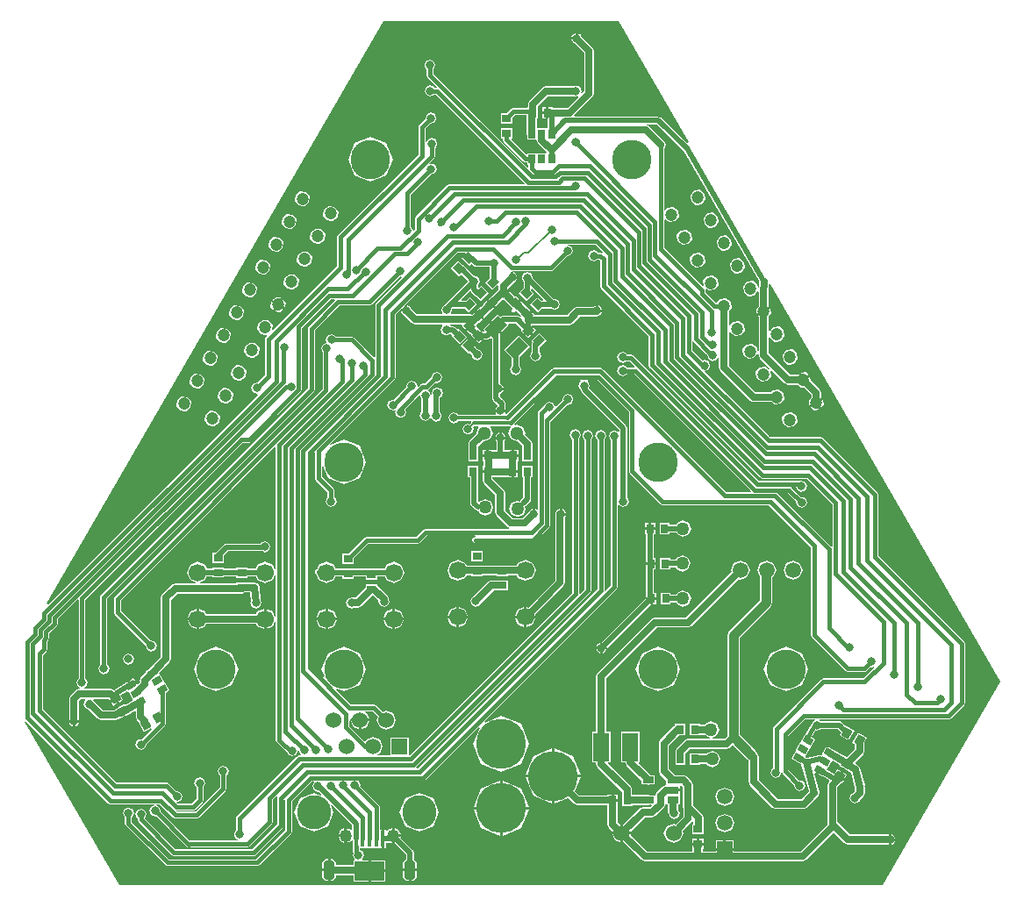
<source format=gbl>
%FSLAX44Y44*%
%MOMM*%
G71*
G01*
G75*
G04 Layer_Physical_Order=2*
G04 Layer_Color=16711680*
%ADD10C,0.2540*%
%ADD11R,2.0320X2.0320*%
%ADD12R,5.5000X1.5000*%
G04:AMPARAMS|DCode=13|XSize=0.24mm|YSize=1.8mm|CornerRadius=0mm|HoleSize=0mm|Usage=FLASHONLY|Rotation=315.000|XOffset=0mm|YOffset=0mm|HoleType=Round|Shape=Round|*
%AMOVALD13*
21,1,1.5600,0.2400,0.0000,0.0000,45.0*
1,1,0.2400,-0.5515,-0.5515*
1,1,0.2400,0.5515,0.5515*
%
%ADD13OVALD13*%

G04:AMPARAMS|DCode=14|XSize=0.24mm|YSize=1.8mm|CornerRadius=0mm|HoleSize=0mm|Usage=FLASHONLY|Rotation=225.000|XOffset=0mm|YOffset=0mm|HoleType=Round|Shape=Round|*
%AMOVALD14*
21,1,1.5600,0.2400,0.0000,0.0000,315.0*
1,1,0.2400,-0.5515,0.5515*
1,1,0.2400,0.5515,-0.5515*
%
%ADD14OVALD14*%

%ADD15R,0.8000X0.9000*%
%ADD16P,2.8737X4X285.0*%
%ADD17P,2.8737X4X345.0*%
%ADD18C,0.4000*%
%ADD19C,0.2000*%
%ADD20C,0.7000*%
%ADD21C,0.5000*%
%ADD22C,0.3000*%
%ADD23C,1.2000*%
G04:AMPARAMS|DCode=24|XSize=1.9mm|YSize=1.1mm|CornerRadius=0mm|HoleSize=0mm|Usage=FLASHONLY|Rotation=90.000|XOffset=0mm|YOffset=0mm|HoleType=Round|Shape=Octagon|*
%AMOCTAGOND24*
4,1,8,0.2750,0.9500,-0.2750,0.9500,-0.5500,0.6750,-0.5500,-0.6750,-0.2750,-0.9500,0.2750,-0.9500,0.5500,-0.6750,0.5500,0.6750,0.2750,0.9500,0.0*
%
%ADD24OCTAGOND24*%

%ADD25O,1.1500X1.2500*%
%ADD26C,1.3000*%
%ADD27C,1.5000*%
%ADD28C,1.7000*%
%ADD29C,4.8260*%
%ADD30C,1.5240*%
%ADD31R,1.5240X1.5240*%
%ADD32R,1.5000X1.5000*%
%ADD33C,0.8000*%
%ADD34C,1.2700*%
%ADD35C,3.8000*%
%ADD36C,3.3020*%
G04:AMPARAMS|DCode=37|XSize=0.9mm|YSize=0.8mm|CornerRadius=0mm|HoleSize=0mm|Usage=FLASHONLY|Rotation=45.000|XOffset=0mm|YOffset=0mm|HoleType=Round|Shape=Rectangle|*
%AMROTATEDRECTD37*
4,1,4,-0.0354,-0.6010,-0.6010,-0.0354,0.0354,0.6010,0.6010,0.0354,-0.0354,-0.6010,0.0*
%
%ADD37ROTATEDRECTD37*%

G04:AMPARAMS|DCode=38|XSize=0.9mm|YSize=0.8mm|CornerRadius=0mm|HoleSize=0mm|Usage=FLASHONLY|Rotation=315.000|XOffset=0mm|YOffset=0mm|HoleType=Round|Shape=Rectangle|*
%AMROTATEDRECTD38*
4,1,4,-0.6010,0.0354,-0.0354,0.6010,0.6010,-0.0354,0.0354,-0.6010,-0.6010,0.0354,0.0*
%
%ADD38ROTATEDRECTD38*%

G04:AMPARAMS|DCode=39|XSize=1.8mm|YSize=1.3mm|CornerRadius=0mm|HoleSize=0mm|Usage=FLASHONLY|Rotation=45.000|XOffset=0mm|YOffset=0mm|HoleType=Round|Shape=Rectangle|*
%AMROTATEDRECTD39*
4,1,4,-0.1768,-1.0960,-1.0960,-0.1768,0.1768,1.0960,1.0960,0.1768,-0.1768,-1.0960,0.0*
%
%ADD39ROTATEDRECTD39*%

G04:AMPARAMS|DCode=40|XSize=0.65mm|YSize=0.9mm|CornerRadius=0mm|HoleSize=0mm|Usage=FLASHONLY|Rotation=60.000|XOffset=0mm|YOffset=0mm|HoleType=Round|Shape=Rectangle|*
%AMROTATEDRECTD40*
4,1,4,0.2272,-0.5065,-0.5522,-0.0565,-0.2272,0.5065,0.5522,0.0565,0.2272,-0.5065,0.0*
%
%ADD40ROTATEDRECTD40*%

%ADD41R,1.6000X2.7000*%
%ADD42R,0.9000X0.8000*%
%ADD43R,1.1000X0.6500*%
G04:AMPARAMS|DCode=44|XSize=0.9mm|YSize=0.8mm|CornerRadius=0mm|HoleSize=0mm|Usage=FLASHONLY|Rotation=210.000|XOffset=0mm|YOffset=0mm|HoleType=Round|Shape=Rectangle|*
%AMROTATEDRECTD44*
4,1,4,0.1897,0.5714,0.5897,-0.1214,-0.1897,-0.5714,-0.5897,0.1214,0.1897,0.5714,0.0*
%
%ADD44ROTATEDRECTD44*%

G04:AMPARAMS|DCode=45|XSize=0.9mm|YSize=0.8mm|CornerRadius=0mm|HoleSize=0mm|Usage=FLASHONLY|Rotation=330.000|XOffset=0mm|YOffset=0mm|HoleType=Round|Shape=Rectangle|*
%AMROTATEDRECTD45*
4,1,4,-0.5897,-0.1214,-0.1897,0.5714,0.5897,0.1214,0.1897,-0.5714,-0.5897,-0.1214,0.0*
%
%ADD45ROTATEDRECTD45*%

%ADD46R,0.6500X0.9000*%
G04:AMPARAMS|DCode=47|XSize=0.65mm|YSize=0.9mm|CornerRadius=0mm|HoleSize=0mm|Usage=FLASHONLY|Rotation=300.000|XOffset=0mm|YOffset=0mm|HoleType=Round|Shape=Rectangle|*
%AMROTATEDRECTD47*
4,1,4,-0.5522,0.0565,0.2272,0.5065,0.5522,-0.0565,-0.2272,-0.5065,-0.5522,0.0565,0.0*
%
%ADD47ROTATEDRECTD47*%

%ADD48R,0.4000X1.5500*%
%ADD49R,2.9000X1.9000*%
G04:AMPARAMS|DCode=50|XSize=0.9mm|YSize=0.8mm|CornerRadius=0mm|HoleSize=0mm|Usage=FLASHONLY|Rotation=120.000|XOffset=0mm|YOffset=0mm|HoleType=Round|Shape=Rectangle|*
%AMROTATEDRECTD50*
4,1,4,0.5714,-0.1897,-0.1214,-0.5897,-0.5714,0.1897,0.1214,0.5897,0.5714,-0.1897,0.0*
%
%ADD50ROTATEDRECTD50*%

G04:AMPARAMS|DCode=51|XSize=0.9mm|YSize=0.8mm|CornerRadius=0mm|HoleSize=0mm|Usage=FLASHONLY|Rotation=240.000|XOffset=0mm|YOffset=0mm|HoleType=Round|Shape=Rectangle|*
%AMROTATEDRECTD51*
4,1,4,-0.1214,0.5897,0.5714,0.1897,0.1214,-0.5897,-0.5714,-0.1897,-0.1214,0.5897,0.0*
%
%ADD51ROTATEDRECTD51*%

%ADD52C,0.9000*%
%ADD53R,0.1200X0.2200*%
G36*
X97977Y614431D02*
X97272Y613375D01*
X95900Y613943D01*
X93563D01*
X93323Y614523D01*
X89496Y616108D01*
X85670Y614523D01*
X84085Y610696D01*
X85670Y606869D01*
X89496Y605284D01*
X93323Y606869D01*
X93416Y607094D01*
X94662Y607341D01*
X95553Y606451D01*
Y581300D01*
X96504Y579004D01*
X142553Y532955D01*
Y505400D01*
X142553Y505400D01*
X142553Y505400D01*
X143504Y503104D01*
X249904Y396704D01*
X249904D01*
X249904D01*
X249904Y396704D01*
X249904Y396704D01*
X252200Y395753D01*
X295155D01*
X319653Y371255D01*
Y330299D01*
X318479Y329813D01*
X266796Y381496D01*
Y381496D01*
D01*
Y381496D01*
X266807Y381553D01*
X276655D01*
X284828Y373380D01*
X284588Y372800D01*
X286173Y368973D01*
X290000Y367388D01*
X293827Y368973D01*
X295412Y372800D01*
X293827Y376627D01*
X290000Y378212D01*
X289420Y377972D01*
X280296Y387096D01*
Y387096D01*
D01*
Y387096D01*
X280367Y387453D01*
X284739D01*
X285973Y384473D01*
X289800Y382888D01*
X293627Y384473D01*
X295212Y388300D01*
X293627Y392127D01*
X289800Y393712D01*
X288884Y393332D01*
X287400Y393947D01*
X248645D01*
X127996Y514596D01*
X125700Y515547D01*
X125459Y515447D01*
X121957D01*
X121427Y516727D01*
X117600Y518312D01*
X113773Y516727D01*
X112188Y512900D01*
X113773Y509073D01*
X117600Y507488D01*
X121136Y508953D01*
X124455D01*
X129087Y504320D01*
X128601Y503147D01*
X121667D01*
X121427Y503727D01*
X117600Y505312D01*
X113773Y503727D01*
X112188Y499900D01*
X113773Y496073D01*
X117600Y494488D01*
X121427Y496073D01*
X121667Y496653D01*
X128455D01*
X241487Y383620D01*
X241001Y382447D01*
X217445D01*
X98296Y501596D01*
X96000Y502547D01*
X51057D01*
X48761Y501596D01*
X5444Y458279D01*
X4271Y458765D01*
Y459553D01*
X4386Y459830D01*
X-5386D01*
X-4695Y458162D01*
X-5401Y457106D01*
X-41309D01*
X-41773Y458227D01*
X-45600Y459812D01*
X-49427Y458227D01*
X-51012Y454400D01*
X-49427Y450573D01*
X-45600Y448988D01*
X-41773Y450573D01*
X-41309Y451694D01*
X-29116D01*
X-28410Y450638D01*
X-28755Y449807D01*
X-30238Y448324D01*
X-31900Y449012D01*
X-35727Y447427D01*
X-37312Y443600D01*
X-35727Y439773D01*
X-31900Y438188D01*
X-28073Y439773D01*
X-26488Y443600D01*
X-27176Y445262D01*
X-25944Y446494D01*
X-22288D01*
X-21583Y445438D01*
X-23918Y439800D01*
X-23558Y438931D01*
X-30144Y432344D01*
X-31571Y428900D01*
Y423600D01*
X-31700D01*
Y412600D01*
X-21700D01*
Y423600D01*
X-21829D01*
Y426882D01*
X-16669Y432042D01*
X-15800Y431682D01*
X-10060Y434060D01*
X-7682Y439800D01*
X-10060Y445540D01*
Y445540D01*
Y445540D01*
X-9870Y446494D01*
X7993D01*
X9300Y445953D01*
X9300Y445953D01*
Y445953D01*
X9465Y445554D01*
X9460Y445540D01*
X9460Y445540D01*
X7082Y439800D01*
X9460Y434060D01*
X15200Y431682D01*
X16070Y432042D01*
X20729Y427383D01*
Y423400D01*
X20600D01*
Y412400D01*
X30600D01*
Y423400D01*
X30471D01*
Y429400D01*
X29044Y432844D01*
X22958Y438931D01*
X23318Y439800D01*
X20940Y445540D01*
X15200Y447918D01*
X13786Y447332D01*
X13080Y448388D01*
X55445Y490753D01*
X76561D01*
X76809Y489507D01*
X76373Y489327D01*
X74788Y485500D01*
X76373Y481673D01*
X76683Y481545D01*
X77521Y479521D01*
X114112Y442931D01*
Y441503D01*
X113056Y440798D01*
X109400Y442312D01*
X105573Y440727D01*
X103988Y436900D01*
X105573Y433073D01*
X106153Y432833D01*
Y292845D01*
X100392Y287084D01*
X99336Y287789D01*
X99547Y288300D01*
X99547Y288300D01*
X99547Y288300D01*
Y433133D01*
X100127Y433373D01*
X101712Y437200D01*
X100127Y441027D01*
X96300Y442612D01*
X92473Y441027D01*
X90888Y437200D01*
X92473Y433373D01*
X93053Y433133D01*
Y289645D01*
X-80213Y116379D01*
X-81459Y116627D01*
X-81787Y117421D01*
X86096Y285304D01*
X87047Y287600D01*
X87047Y287600D01*
X87047Y287600D01*
Y433233D01*
X87627Y433473D01*
X89212Y437300D01*
X87627Y441127D01*
X83800Y442712D01*
X79973Y441127D01*
X78388Y437300D01*
X79973Y433473D01*
X80553Y433233D01*
Y288945D01*
X76220Y284613D01*
X75047Y285099D01*
Y433833D01*
X75627Y434073D01*
X77212Y437900D01*
X75627Y441727D01*
X71800Y443312D01*
X67973Y441727D01*
X66388Y437900D01*
X67973Y434073D01*
X68553Y433833D01*
Y285645D01*
X-88107Y128986D01*
X-89280Y129472D01*
Y145820D01*
X-106520D01*
Y129245D01*
X-106520Y129245D01*
X-106520D01*
X-106520Y128580D01*
X-106753Y128347D01*
X-118893D01*
X-119140Y129593D01*
X-116703Y130603D01*
X-113970Y137200D01*
X-116703Y143798D01*
X-123300Y146530D01*
X-129897Y143798D01*
X-130429Y142514D01*
X-131674Y142267D01*
X-146353Y156945D01*
Y161814D01*
X-145108Y162062D01*
X-145331Y162600D01*
X-144805Y163870D01*
X-127196D01*
X-129403Y169198D01*
X-131116Y169907D01*
X-130868Y171153D01*
X-123745D01*
X-118542Y165950D01*
X-119930Y162600D01*
X-117198Y156003D01*
X-110600Y153270D01*
X-104003Y156003D01*
X-101270Y162600D01*
X-104003Y169198D01*
X-110600Y171930D01*
X-113950Y170543D01*
X-120104Y176696D01*
X-122400Y177647D01*
X-144855D01*
X-159231Y192024D01*
X-158526Y193079D01*
X-151700Y190252D01*
X-136393Y196593D01*
X-130052Y211900D01*
X-136393Y227207D01*
X-151700Y233548D01*
X-167007Y227207D01*
X-173348Y211900D01*
X-170520Y205074D01*
X-171576Y204369D01*
X-181653Y214445D01*
Y419855D01*
X-180620Y420887D01*
X-179447Y420401D01*
Y396400D01*
X-178496Y394104D01*
X-167247Y382855D01*
Y377667D01*
X-167827Y377427D01*
X-169412Y373600D01*
X-167827Y369773D01*
X-164000Y368188D01*
X-160173Y369773D01*
X-158588Y373600D01*
X-160173Y377427D01*
X-160753Y377667D01*
Y384200D01*
X-161704Y386496D01*
X-172953Y397745D01*
Y407691D01*
X-171707Y407939D01*
X-167007Y396593D01*
X-151700Y390252D01*
X-136393Y396593D01*
X-130052Y411900D01*
X-136393Y427207D01*
X-151700Y433548D01*
X-164159Y428387D01*
X-164865Y429443D01*
X-102704Y491604D01*
X-102704Y491604D01*
X-102704Y491604D01*
X-101753Y493900D01*
Y554255D01*
X-98224Y557784D01*
X-96979Y557536D01*
X-97212Y558100D01*
X-96721Y559286D01*
X-96637Y559370D01*
X-93070D01*
Y562937D01*
X-92986Y563021D01*
X-91800Y563512D01*
X-92079Y563929D01*
X-41755Y614253D01*
X-34585D01*
X-34099Y613079D01*
X-38375Y608803D01*
X-30597Y601025D01*
X-28490Y603132D01*
X-26379Y601021D01*
X-26379Y601021D01*
X-25039Y600466D01*
X-23700Y599912D01*
X-23700Y599912D01*
X-10688D01*
X-10672Y599873D01*
X-10634Y599857D01*
Y589637D01*
X-15174Y585096D01*
X-8103Y578025D01*
X-3709Y582420D01*
X-2653Y581714D01*
X-2721Y581550D01*
Y578068D01*
X-8705Y572084D01*
X-8797Y572175D01*
X-11788Y569184D01*
X-8254Y565650D01*
D01*
X-8252Y565648D01*
X-8250Y565647D01*
D01*
X-4717Y562113D01*
X-1726Y565104D01*
X-1817Y565195D01*
X1455Y568467D01*
X1796Y568126D01*
X2241Y568571D01*
X9606Y561206D01*
X10227Y560949D01*
X10635Y559965D01*
D01*
D01*
X10318Y559200D01*
Y557000D01*
X10635Y556235D01*
X11400Y555918D01*
X12600D01*
X13365Y556235D01*
X13682Y557000D01*
X14635Y557394D01*
X14804Y557226D01*
X14995Y557417D01*
X18217Y554195D01*
X18126Y554104D01*
X19190Y553040D01*
X18484Y551984D01*
X16300Y552888D01*
X16300Y552888D01*
X2094D01*
X-551Y551793D01*
X-3185Y554427D01*
X-9358Y548254D01*
X-4057Y542953D01*
D01*
X-4055Y542951D01*
X-4053Y542949D01*
D01*
X1248Y537648D01*
X7421Y543821D01*
X7104Y544138D01*
X7590Y545312D01*
X14731D01*
X19701Y540341D01*
Y539072D01*
X19126Y538496D01*
X21763Y535859D01*
X25650Y539746D01*
D01*
X25652Y539748D01*
X25654Y539750D01*
D01*
X29542Y543637D01*
X30339Y542840D01*
Y543729D01*
X65663D01*
X69107Y545156D01*
X75980Y552029D01*
X92500D01*
X95944Y553456D01*
X96082Y553789D01*
X96527Y553973D01*
X97586Y556530D01*
X92697D01*
Y557798D01*
X91430D01*
Y562686D01*
X89221Y561771D01*
X73963D01*
X70518Y560344D01*
X63645Y553471D01*
X32901D01*
X29984Y556388D01*
X26446Y552850D01*
X24650Y554646D01*
X28188Y558184D01*
X25197Y561175D01*
X25105Y561083D01*
X18094Y568094D01*
X18066Y568106D01*
X18884Y567288D01*
X15346Y563750D01*
X13550Y565546D01*
X17088Y569084D01*
X14097Y572075D01*
X13305Y571283D01*
X9129Y575459D01*
X9574Y575904D01*
X7020Y578458D01*
Y579532D01*
X13220Y585732D01*
X14527Y586273D01*
X15586Y588830D01*
X10697D01*
Y590098D01*
X9430D01*
Y594986D01*
X10700Y595513D01*
X10736Y595498D01*
X11008Y596153D01*
X25141D01*
X25389Y594907D01*
Y594907D01*
X21573Y593327D01*
X19988Y589500D01*
X21573Y585673D01*
X21612Y585657D01*
Y579590D01*
X16925Y574903D01*
X24703Y567125D01*
X31774Y574196D01*
X29188Y576782D01*
Y578695D01*
X30362Y579181D01*
X40931Y568611D01*
X40445Y567438D01*
X38732D01*
X35096Y571074D01*
X28025Y564003D01*
X35803Y556225D01*
X39439Y559861D01*
X47984D01*
X51300Y558488D01*
X55127Y560073D01*
X56712Y563900D01*
X55127Y567727D01*
X51300Y569312D01*
X51049Y569208D01*
X30796Y589462D01*
X30812Y589500D01*
X29227Y593327D01*
X25412Y594907D01*
X25659Y596153D01*
X48100D01*
X50396Y597104D01*
X50396Y597104D01*
X50396Y597104D01*
X63691Y610399D01*
X64200Y610188D01*
X68027Y611773D01*
X69612Y615600D01*
X68027Y619427D01*
X64200Y621012D01*
X64741Y621553D01*
X90855D01*
X97977Y614431D01*
D02*
G37*
G36*
X176495Y712427D02*
X249029Y586796D01*
X248822Y586295D01*
Y581703D01*
X249109Y581009D01*
X248336Y580001D01*
X247753Y580078D01*
X247373Y582967D01*
X242772Y586497D01*
X237023Y585740D01*
X233493Y581140D01*
X234250Y575390D01*
X238850Y571860D01*
X244600Y572617D01*
X247438Y576316D01*
X248641Y575908D01*
Y562333D01*
X246193Y559143D01*
X246770Y554756D01*
X252874Y558280D01*
D01*
X258982Y561807D01*
X258382Y562267D01*
Y579014D01*
X257916Y580140D01*
X258563Y581703D01*
Y583380D01*
X259790Y583708D01*
X481575Y199600D01*
X368138Y3106D01*
X-368669D01*
X-459890Y161117D01*
X-458882Y161890D01*
X-379396Y82404D01*
X-377100Y81453D01*
X-334553D01*
X-334305Y80207D01*
X-337492Y78887D01*
X-339077Y75060D01*
X-337492Y71234D01*
X-333665Y69648D01*
X-333085Y69889D01*
X-303601Y40404D01*
X-301305Y39453D01*
X-300343Y39851D01*
X-300105Y39753D01*
X-244900D01*
X-242604Y40704D01*
X-221304Y62004D01*
X-221025Y62676D01*
X-220353Y64300D01*
Y85655D01*
X-216609Y89399D01*
X-215553Y88694D01*
X-216047Y87500D01*
Y62045D01*
X-240045Y38047D01*
X-314155D01*
X-343557Y67450D01*
X-343473Y67873D01*
X-343473Y67873D01*
X-343473Y67873D01*
X-341888Y71700D01*
X-343473Y75527D01*
X-347300Y77112D01*
X-351127Y75527D01*
X-352712Y71700D01*
X-351127Y67873D01*
X-350547Y67633D01*
Y66600D01*
X-349596Y64304D01*
X-317796Y32504D01*
X-315500Y31553D01*
X-238700D01*
X-236404Y32504D01*
X-210504Y58404D01*
X-209553Y60700D01*
Y85341D01*
X-208433Y85940D01*
X-208177Y85769D01*
X-208247Y85600D01*
Y56545D01*
X-236445Y28347D01*
X-320455D01*
X-356374Y64266D01*
Y68819D01*
X-355794Y69059D01*
X-354209Y72886D01*
X-355794Y76713D01*
X-359621Y78298D01*
X-363448Y76713D01*
X-365033Y72886D01*
X-363448Y69059D01*
X-362868Y68819D01*
Y62921D01*
X-361917Y60625D01*
X-324096Y22804D01*
X-321800Y21853D01*
X-235100D01*
X-232804Y22804D01*
X-202704Y52904D01*
X-201753Y55200D01*
Y84255D01*
X-182255Y103753D01*
X-180951D01*
X-180727Y102627D01*
Y102627D01*
D01*
X-182312Y98800D01*
X-180727Y94973D01*
X-176900Y93388D01*
X-176013Y93755D01*
X-173295Y91037D01*
X-174000Y89981D01*
X-180450Y92653D01*
X-193852Y87102D01*
X-199403Y73700D01*
X-193852Y60298D01*
X-180450Y54747D01*
X-167048Y60298D01*
X-161497Y73700D01*
X-164169Y80150D01*
X-163113Y80855D01*
X-143688Y61431D01*
Y57376D01*
X-144744Y56671D01*
X-148630Y58280D01*
Y50998D01*
Y43720D01*
X-144734Y45334D01*
X-144294Y46396D01*
X-143024D01*
X-142900Y46097D01*
Y41397D01*
X-143147Y40800D01*
Y35257D01*
X-142529Y33765D01*
X-143012Y32600D01*
X-141427Y28773D01*
X-141360Y28746D01*
X-141608Y27500D01*
X-142400D01*
Y22871D01*
X-159400D01*
Y25250D01*
X-162650Y28500D01*
X-164630D01*
Y17997D01*
Y7500D01*
X-162650D01*
X-159400Y10750D01*
Y13129D01*
X-142400D01*
Y6500D01*
X-128170D01*
Y16997D01*
Y27500D01*
X-133592D01*
X-133840Y28746D01*
X-133773Y28773D01*
X-132188Y32600D01*
X-133773Y36427D01*
X-136653Y37620D01*
Y39250D01*
X-136400D01*
Y39250D01*
X-130400D01*
Y39250D01*
X-130400D01*
X-130400Y39250D01*
X-129900D01*
Y39250D01*
X-123900D01*
Y39250D01*
X-123900D01*
X-123900Y39250D01*
X-123400D01*
Y39250D01*
X-117400D01*
X-117400Y39250D01*
Y39250D01*
X-117400D01*
X-116900D01*
X-116502Y39250D01*
X-116502Y39250D01*
Y39250D01*
X-115170D01*
Y47997D01*
Y56750D01*
X-116255D01*
X-116255Y56750D01*
Y56750D01*
X-116900Y56750D01*
X-117153Y57003D01*
Y78900D01*
X-118104Y81196D01*
X-136087Y99179D01*
X-135788Y99900D01*
X-137373Y103727D01*
Y103727D01*
Y103727D01*
Y103727D01*
X-137368Y103753D01*
X-75100D01*
X-72804Y104704D01*
X-72804Y104704D01*
X-72804Y104704D01*
X-21651Y155857D01*
X-20595Y155152D01*
X-27041Y139590D01*
X-19074Y120356D01*
X160Y112389D01*
X19394Y120356D01*
X27360Y139590D01*
X19394Y158824D01*
X160Y166791D01*
X-15402Y160345D01*
X-16107Y161401D01*
X111696Y289204D01*
X112647Y291500D01*
Y369820D01*
X113893Y370067D01*
X113973Y369873D01*
X117800Y368288D01*
X121627Y369873D01*
X123212Y373700D01*
X121688Y377378D01*
Y437600D01*
X121688Y437600D01*
X121688Y437600D01*
Y437600D01*
Y444500D01*
X121688Y444500D01*
X120904Y446394D01*
X120579Y447179D01*
X120579Y447179D01*
X84629Y483128D01*
X85612Y485500D01*
X84027Y489327D01*
X83591Y489507D01*
X83839Y490753D01*
X92755D01*
X123253Y460255D01*
Y403100D01*
X123253Y403100D01*
X123253Y403100D01*
X124204Y400804D01*
X153904Y371104D01*
X156200Y370153D01*
X258255D01*
X299053Y329355D01*
Y244900D01*
X300004Y242604D01*
X332504Y210104D01*
X334800Y209153D01*
X350692D01*
X352989Y210104D01*
X356779Y213894D01*
X357358Y213654D01*
X359478Y214532D01*
X360184Y213476D01*
X349555Y202847D01*
X311000D01*
X308704Y201896D01*
X263304Y156496D01*
X262353Y154200D01*
Y116472D01*
X261269Y116024D01*
X259684Y112197D01*
X261269Y108370D01*
X265096Y106785D01*
X268923Y108370D01*
X270283Y111653D01*
X271553D01*
X271704Y111289D01*
X283066Y99926D01*
X282826Y99346D01*
X284411Y95520D01*
X288238Y93934D01*
X292065Y95520D01*
X293650Y99346D01*
X292065Y103173D01*
X288238Y104758D01*
X287659Y104518D01*
X277247Y114930D01*
Y132523D01*
X277102Y132873D01*
X277247Y133223D01*
Y147355D01*
X293445Y163553D01*
X303251D01*
X303499Y162307D01*
X301373Y161427D01*
X300733Y159881D01*
X299710Y159096D01*
X293971Y149155D01*
X293620Y149358D01*
X289370Y141997D01*
D01*
X288869Y141131D01*
X288869D01*
X288869Y141131D01*
X284620Y133769D01*
D01*
X284119Y132903D01*
X284119D01*
X284119Y132903D01*
X279870Y125542D01*
X289396Y120042D01*
D01*
X289877Y119765D01*
X296882Y93622D01*
X289830Y86571D01*
X267118D01*
X248771Y104917D01*
Y126900D01*
X247344Y130344D01*
X246992Y130696D01*
X245910Y133309D01*
X230453Y148766D01*
Y242284D01*
X259909Y271740D01*
X261653Y275950D01*
X261653Y275950D01*
Y300517D01*
X262806Y300994D01*
X265500Y307500D01*
X262806Y314006D01*
X256300Y316700D01*
X249794Y314006D01*
X247100Y307500D01*
X249747Y301109D01*
Y278416D01*
X220291Y248960D01*
X218547Y244750D01*
Y147235D01*
X215982Y144671D01*
X204087D01*
X203964Y145290D01*
X203964D01*
X203886Y145680D01*
X203886D01*
X203839Y145916D01*
X208325Y147775D01*
X210656Y153400D01*
X208325Y159025D01*
X202700Y161356D01*
X197075Y159025D01*
X196762Y158271D01*
X191800D01*
Y158900D01*
X181800D01*
Y147900D01*
X191800D01*
Y148529D01*
X196762D01*
X197075Y147775D01*
X201561Y145916D01*
X201313Y144671D01*
X180700D01*
X177256Y143244D01*
X169656Y135644D01*
X168229Y132200D01*
Y130700D01*
X168100D01*
Y119700D01*
X178100D01*
Y130312D01*
X182717Y134929D01*
X218000D01*
X221444Y136356D01*
X221444Y136356D01*
X221444Y136356D01*
X223735Y138646D01*
X237491Y124890D01*
X239029Y124253D01*
Y102900D01*
X240456Y99456D01*
X261656Y78256D01*
X265100Y76829D01*
X291848D01*
X295292Y78256D01*
X305758Y88722D01*
X306010Y89331D01*
X306532Y89731D01*
X306698Y90992D01*
X307185Y92167D01*
X306933Y92775D01*
X307019Y93427D01*
X302237Y111273D01*
X303245Y112047D01*
X304317Y111427D01*
X306444Y115110D01*
X308643Y113840D01*
X306517Y110157D01*
X310180Y108042D01*
X310345Y108328D01*
X316367Y104851D01*
X316532Y103592D01*
X316356Y103416D01*
X314929Y99971D01*
Y61767D01*
X289133Y35971D01*
X224300D01*
Y36530D01*
X207300D01*
Y35971D01*
X194671D01*
Y38200D01*
X195300D01*
Y41930D01*
X184300D01*
Y38200D01*
X184929D01*
Y35971D01*
X140717D01*
X125015Y51673D01*
X125204Y52130D01*
X117670D01*
Y44596D01*
X118127Y44785D01*
X135256Y27656D01*
X138700Y26229D01*
X291151D01*
X294595Y27656D01*
X320340Y53401D01*
X321610D01*
X331231Y43780D01*
X334675Y42354D01*
X374249D01*
X374286Y42339D01*
Y47222D01*
Y52111D01*
X374249Y52095D01*
X336693D01*
X324671Y64117D01*
Y97954D01*
X328236Y101520D01*
X328863Y101158D01*
X330214Y103497D01*
X330783Y104066D01*
X331392Y105536D01*
X330729Y104388D01*
X325963Y107139D01*
D01*
X321202Y109888D01*
X322049Y111356D01*
X320823Y111027D01*
X314648Y114593D01*
X314430Y115403D01*
X314930Y116269D01*
X314930D01*
X314930Y116270D01*
X318855Y123067D01*
X320082Y123396D01*
X326771Y119534D01*
X326337Y118782D01*
X331693Y115689D01*
X331903Y115416D01*
X337517Y112175D01*
X341412Y97640D01*
Y94200D01*
X339080Y91868D01*
X337773Y91327D01*
X336188Y87500D01*
X337773Y83673D01*
X341600Y82088D01*
X345427Y83673D01*
X345968Y84980D01*
X349726Y88738D01*
X351153Y92182D01*
Y98282D01*
X350901Y98890D01*
X350987Y99542D01*
X346404Y116645D01*
X344135Y119602D01*
X342245Y120694D01*
X342079Y121953D01*
X349406Y129280D01*
X350833Y132724D01*
Y141636D01*
X353042Y145463D01*
X344382Y150463D01*
X338882Y140937D01*
X341091Y139661D01*
Y134742D01*
X333340Y126990D01*
X319607Y134919D01*
X318340Y135085D01*
X314404Y137358D01*
X310154Y129997D01*
X310154Y129997D01*
X310154D01*
X309654Y129131D01*
Y129131D01*
X309220Y128696D01*
X309206Y128704D01*
X306332Y129082D01*
D01*
X306332D01*
X306332D01*
X295878Y126281D01*
X293966Y126533D01*
X293863Y126593D01*
X293646Y127403D01*
X294146Y128269D01*
X294146D01*
X294146Y128270D01*
X298396Y135631D01*
D01*
X298896Y136497D01*
X298896D01*
X298896Y136497D01*
X303146Y143858D01*
X300372Y145459D01*
X300044Y146686D01*
X303603Y152850D01*
X305200Y152188D01*
X309027Y153773D01*
X309043Y153812D01*
X324869D01*
X328217Y150464D01*
X326758Y147937D01*
X335418Y142937D01*
X340918Y152463D01*
X332258Y157463D01*
X332258Y157463D01*
X331970Y157425D01*
X329117Y160279D01*
X326438Y161388D01*
X326438Y161388D01*
X309043D01*
X309027Y161427D01*
X306901Y162307D01*
X307149Y163553D01*
X432200D01*
X434496Y164504D01*
X434496Y164504D01*
X434496Y164504D01*
X446996Y177004D01*
X447947Y179300D01*
Y236400D01*
X446996Y238696D01*
X364047Y321645D01*
Y380000D01*
X363096Y382296D01*
X310296Y435096D01*
X308000Y436047D01*
X259345D01*
X196221Y499171D01*
X196500Y499588D01*
X196500Y499588D01*
X196714Y499677D01*
X196714D01*
Y499677D01*
X200327Y501173D01*
X201912Y505000D01*
X200327Y508827D01*
X196500Y510412D01*
X194577Y509615D01*
X184247Y519945D01*
Y528325D01*
X185493Y528573D01*
X185604Y528304D01*
X198504Y515404D01*
X198586Y515370D01*
X198988Y514400D01*
X198988Y514400D01*
X198988D01*
X200573Y510573D01*
X204400Y508988D01*
X208227Y510573D01*
X208858Y512097D01*
X210104Y511849D01*
Y503026D01*
X211530Y499581D01*
X240014Y471097D01*
X243459Y469671D01*
X260623D01*
X263813Y467223D01*
X269563Y467980D01*
X273093Y472580D01*
X272336Y478330D01*
X267735Y481860D01*
X261986Y481103D01*
X260689Y479412D01*
X245476D01*
X219845Y505043D01*
Y536664D01*
X221113Y536744D01*
X221113Y536744D01*
Y536744D01*
X225713Y533214D01*
X231463Y533971D01*
X234993Y538572D01*
X234236Y544321D01*
X229635Y547851D01*
X223886Y547094D01*
X221048Y543395D01*
X219845Y543803D01*
Y557379D01*
X222293Y560569D01*
X221536Y566318D01*
X216935Y569848D01*
X211186Y569091D01*
X208643Y565777D01*
X207015D01*
X197147Y575645D01*
Y577700D01*
X196910Y578274D01*
X197917Y579047D01*
X200313Y577208D01*
X206063Y577965D01*
X209593Y582566D01*
X208836Y588315D01*
X204235Y591845D01*
X198486Y591088D01*
X194956Y586488D01*
X195494Y582399D01*
X194355Y581837D01*
X157347Y618845D01*
Y645498D01*
X158486Y646059D01*
X162213Y643199D01*
X167963Y643956D01*
X171493Y648557D01*
X170736Y654306D01*
X166135Y657836D01*
X160386Y657079D01*
X158550Y654686D01*
X157347Y655095D01*
Y714074D01*
X157544Y714156D01*
X158971Y717600D01*
X157544Y721044D01*
X142844Y735744D01*
X139400Y737171D01*
X139841Y737612D01*
X149868D01*
X176495Y712427D01*
D02*
G37*
G36*
X-217247Y302356D02*
Y263044D01*
X-218493Y262796D01*
X-220429Y267471D01*
X-226430Y269957D01*
Y260198D01*
Y250443D01*
X-220429Y252929D01*
X-218493Y257604D01*
X-217247Y257356D01*
Y143500D01*
X-217247Y143500D01*
X-217247Y143500D01*
X-216296Y141204D01*
X-206077Y130985D01*
X-205327Y129173D01*
X-201500Y127588D01*
X-197673Y129173D01*
X-196261Y132583D01*
X-194991D01*
X-193827Y129773D01*
X-193391Y129593D01*
X-193639Y128347D01*
X-194900D01*
X-196524Y127675D01*
X-197196Y127396D01*
X-254599Y69993D01*
X-255550Y67697D01*
Y56264D01*
X-256130Y56024D01*
X-257715Y52197D01*
X-256130Y48370D01*
X-254012Y47493D01*
X-254260Y46247D01*
X-300105D01*
X-300214Y46202D01*
X-328493Y74481D01*
X-328253Y75060D01*
X-329838Y78887D01*
X-333025Y80207D01*
X-332777Y81453D01*
X-329645D01*
X-316796Y68604D01*
X-316796Y68604D01*
X-316796D01*
X-316796Y68604D01*
X-316796D01*
Y68604D01*
D01*
D01*
D01*
D01*
X-316796D01*
Y68604D01*
D01*
X-314500Y67653D01*
X-293600D01*
X-291304Y68604D01*
X-265731Y94177D01*
X-264780Y96473D01*
Y109045D01*
X-264200Y109285D01*
X-262615Y113112D01*
X-264200Y116938D01*
X-268027Y118524D01*
X-271854Y116938D01*
X-273439Y113112D01*
X-271854Y109285D01*
X-271274Y109045D01*
Y97818D01*
X-294945Y74147D01*
X-312925D01*
X-313524Y75267D01*
X-313400Y75453D01*
X-297200D01*
X-294904Y76404D01*
X-294904Y76404D01*
X-294904Y76404D01*
X-288205Y83103D01*
X-287254Y85399D01*
X-287254Y85399D01*
X-287254Y85399D01*
Y97831D01*
X-286674Y98071D01*
X-285089Y101898D01*
X-286674Y105725D01*
X-290501Y107310D01*
X-294328Y105725D01*
X-295913Y101898D01*
X-294328Y98071D01*
X-293748Y97831D01*
Y86744D01*
X-298545Y81947D01*
X-312055D01*
X-312991Y82883D01*
X-312651Y83391D01*
X-312651Y83391D01*
X-312545Y83435D01*
X-312545Y83435D01*
Y83435D01*
X-308825Y84976D01*
X-307239Y88803D01*
X-308825Y92630D01*
X-312651Y94215D01*
X-313231Y93975D01*
X-320652Y101396D01*
X-322948Y102347D01*
X-371055D01*
X-442053Y173345D01*
Y221201D01*
X-442053Y221201D01*
Y225655D01*
X-438903Y228804D01*
X-437952Y231100D01*
X-437952Y231100D01*
X-437952Y231100D01*
Y238405D01*
X-436851Y239507D01*
X-435900Y241803D01*
Y246369D01*
X-428775Y253494D01*
X-427823Y255790D01*
Y260084D01*
X-408820Y279087D01*
X-407647Y278601D01*
Y202667D01*
X-408227Y202427D01*
X-409812Y198600D01*
X-408227Y194773D01*
X-406641Y194116D01*
X-406889Y192871D01*
X-406903D01*
X-410347Y191444D01*
X-415444Y186347D01*
X-416871Y182903D01*
Y174200D01*
Y162878D01*
X-416886Y162842D01*
X-407114D01*
X-407129Y162878D01*
Y174200D01*
Y180885D01*
X-404885Y183129D01*
X-401266D01*
X-401027Y181927D01*
Y181927D01*
D01*
X-402612Y178100D01*
X-401027Y174273D01*
X-398525Y173237D01*
X-389144Y163855D01*
X-385699Y162429D01*
X-372462D01*
X-371288Y162915D01*
X-370027Y163081D01*
X-367401Y164597D01*
X-367263Y164358D01*
X-363174Y166718D01*
X-361300Y166965D01*
X-353613Y171403D01*
X-352513Y170768D01*
Y165742D01*
X-351086Y162298D01*
X-349785Y160997D01*
X-349842Y160563D01*
X-349842Y160563D01*
X-344342Y151037D01*
X-338075Y154655D01*
X-337302Y153647D01*
X-346720Y144229D01*
X-347300Y144470D01*
X-351127Y142885D01*
X-352712Y139058D01*
X-351127Y135231D01*
X-347300Y133646D01*
X-343473Y135231D01*
X-341888Y139058D01*
X-342128Y139637D01*
X-324562Y157204D01*
X-323610Y159500D01*
Y163006D01*
X-323558Y163037D01*
X-323610Y163128D01*
Y189240D01*
X-319970Y191342D01*
X-324220Y198703D01*
X-324220Y198703D01*
X-324220D01*
X-324720Y199569D01*
D01*
X-328969Y206931D01*
X-328969Y206931D01*
X-328969D01*
X-329470Y207797D01*
D01*
X-329810Y208386D01*
X-319856Y218341D01*
X-318429Y221785D01*
Y278783D01*
X-312482Y284729D01*
X-249800D01*
X-247215Y285800D01*
X-244300D01*
Y285929D01*
X-242064D01*
X-241280Y276942D01*
X-241712Y275900D01*
X-240127Y272073D01*
X-236300Y270488D01*
X-232473Y272073D01*
X-230888Y275900D01*
X-231550Y277499D01*
X-232748Y291223D01*
X-233517Y292703D01*
X-234156Y294244D01*
X-234364Y294330D01*
X-234468Y294531D01*
X-236059Y295032D01*
X-237600Y295671D01*
X-244300D01*
Y295800D01*
X-255300D01*
Y294471D01*
X-290523D01*
X-290771Y295716D01*
X-285429Y297929D01*
X-284111Y301112D01*
X-278300D01*
Y300200D01*
X-267300D01*
Y301112D01*
X-255300D01*
Y299800D01*
X-244300D01*
Y301112D01*
X-236289D01*
X-234971Y297929D01*
X-227700Y294917D01*
X-220429Y297929D01*
X-218493Y302604D01*
X-217247Y302356D01*
D02*
G37*
G36*
X-359650Y190070D02*
X-359280Y189431D01*
X-359281D01*
X-359280Y189431D01*
X-355377Y182670D01*
X-355706Y181443D01*
X-361468Y178116D01*
X-362695Y178445D01*
X-362737Y178518D01*
X-367490Y175774D01*
X-367537Y175768D01*
X-373768Y172170D01*
X-383682D01*
X-393327Y181815D01*
X-393373Y181927D01*
Y181927D01*
Y181927D01*
X-393134Y183129D01*
X-378445D01*
X-377631Y182315D01*
X-377398Y181912D01*
X-372637Y184661D01*
D01*
X-367872Y187412D01*
X-367397Y186591D01*
X-367384Y186642D01*
X-360876Y190399D01*
X-359650Y190070D01*
D02*
G37*
G36*
X-97611Y591200D02*
X-97100Y590988D01*
X-96785Y591118D01*
X-96435Y591084D01*
X-95824Y590168D01*
X-120496Y565496D01*
X-121447Y563200D01*
Y513199D01*
X-122620Y512713D01*
X-141904Y531996D01*
X-144200Y532947D01*
X-159733D01*
X-159973Y533527D01*
X-163800Y535112D01*
X-167627Y533527D01*
X-169212Y529700D01*
X-168401Y527741D01*
X-168887Y526568D01*
X-172127Y525226D01*
X-173712Y521399D01*
X-172147Y517622D01*
Y482145D01*
X-372396Y281896D01*
X-373347Y279600D01*
Y266742D01*
X-373347Y266742D01*
X-373347Y266742D01*
X-372396Y264446D01*
X-342726Y234776D01*
X-342966Y234196D01*
X-341381Y230369D01*
X-337554Y228784D01*
X-333727Y230369D01*
X-332142Y234196D01*
X-333727Y238023D01*
X-337554Y239608D01*
X-338134Y239368D01*
X-366853Y268087D01*
Y278255D01*
X-218421Y426687D01*
X-217247Y426201D01*
Y308044D01*
X-218493Y307796D01*
X-220429Y312471D01*
X-227700Y315483D01*
X-234971Y312471D01*
X-236538Y308688D01*
X-244300D01*
Y309800D01*
X-255300D01*
Y308688D01*
X-267300D01*
Y310200D01*
X-278300D01*
Y308688D01*
X-283862D01*
X-285429Y312471D01*
X-292700Y315483D01*
X-299971Y312471D01*
X-302983Y305200D01*
X-299971Y297929D01*
X-294629Y295716D01*
X-294877Y294471D01*
X-314500D01*
X-317944Y293044D01*
X-326744Y284244D01*
X-328171Y280800D01*
Y223802D01*
X-339802Y212171D01*
X-341044Y210929D01*
X-343246Y209658D01*
X-342905Y209068D01*
X-347444Y204529D01*
X-348871Y201085D01*
X-348234Y199547D01*
X-350150Y197631D01*
X-351409Y197797D01*
X-351744Y198377D01*
X-356510Y195626D01*
X-357143Y196724D01*
X-358241Y196090D01*
X-360367Y199773D01*
X-364030Y197658D01*
Y197658D01*
X-364135Y197266D01*
X-372531Y192419D01*
X-372531D01*
X-373208Y191537D01*
X-376427Y192871D01*
X-401911D01*
X-402159Y194116D01*
X-400573Y194773D01*
X-398988Y198600D01*
X-400573Y202427D01*
X-401153Y202667D01*
Y278855D01*
X-249455Y430553D01*
X-243300D01*
X-241004Y431504D01*
X-193104Y479404D01*
X-192825Y480077D01*
X-192153Y481701D01*
Y541455D01*
X-164355Y569253D01*
X-160499D01*
X-160013Y568079D01*
X-185296Y542796D01*
X-186247Y540500D01*
Y483145D01*
X-385696Y283696D01*
X-386647Y281400D01*
Y216367D01*
X-387227Y216127D01*
X-388812Y212300D01*
X-387227Y208473D01*
X-383400Y206888D01*
X-379573Y208473D01*
X-377988Y212300D01*
X-379573Y216127D01*
X-380153Y216367D01*
Y280055D01*
X-180704Y479504D01*
X-179753Y481800D01*
Y539155D01*
X-155805Y563103D01*
X-127150D01*
X-124854Y564054D01*
X-97699Y591208D01*
X-97611Y591200D01*
D02*
G37*
G36*
X180795Y720520D02*
X179798Y719733D01*
X153979Y744152D01*
X152671Y744652D01*
X151376Y745188D01*
X71136D01*
X70650Y746362D01*
X88344Y764056D01*
X89771Y767500D01*
Y808700D01*
X88762Y811135D01*
X88344Y812144D01*
X77268Y823220D01*
X76727Y824527D01*
X74170Y825586D01*
Y820697D01*
X72902D01*
Y819430D01*
X68014D01*
X69073Y816873D01*
X70380Y816332D01*
X80029Y806683D01*
Y769518D01*
X78127Y767615D01*
X77071Y768321D01*
X77692Y769820D01*
X76107Y773647D01*
X72280Y775232D01*
X70973Y774691D01*
X43320D01*
X39876Y773264D01*
X27356Y760744D01*
X25929Y757300D01*
Y754300D01*
X25800D01*
Y753447D01*
X12000D01*
X9704Y752496D01*
X5508Y748300D01*
X-400D01*
Y738300D01*
X10600D01*
Y744208D01*
X13345Y746953D01*
X24929D01*
Y728400D01*
X25550Y726901D01*
Y722900D01*
X33500D01*
X34556Y722194D01*
X35856Y719056D01*
X43838Y711073D01*
X43352Y709900D01*
X35050D01*
D01*
D01*
X35050Y709900D01*
X34050D01*
Y709900D01*
X25550D01*
Y708902D01*
X24377Y708416D01*
X9665Y723127D01*
X10151Y724300D01*
X10600D01*
Y734300D01*
X-400D01*
Y724300D01*
X1853D01*
Y723100D01*
X2804Y720804D01*
X21504Y702104D01*
X21504D01*
X21504D01*
X21504Y702104D01*
X21504Y702104D01*
X23800Y701153D01*
X25550D01*
Y698900D01*
X26553D01*
Y696399D01*
X25380Y695913D01*
X-65353Y786645D01*
Y790933D01*
X-64773Y791173D01*
X-63188Y795000D01*
X-64773Y798827D01*
X-68600Y800412D01*
X-72427Y798827D01*
X-74012Y795000D01*
X-72427Y791173D01*
X-71847Y790933D01*
Y785300D01*
X-70896Y783004D01*
X-62133Y774240D01*
X-62619Y773067D01*
X-64413D01*
X-64653Y773647D01*
X-68480Y775232D01*
X-72307Y773647D01*
X-73892Y769820D01*
X-72307Y765993D01*
X-68480Y764408D01*
X-64653Y765993D01*
X-64413Y766573D01*
X-62865D01*
X22787Y680920D01*
X22301Y679747D01*
X-49799D01*
X-52096Y678796D01*
X-82196Y648696D01*
X-83147Y646400D01*
Y636345D01*
X-84117Y635375D01*
X-85363Y635622D01*
X-86773Y639027D01*
X-87353Y639267D01*
Y669955D01*
X-68080Y689228D01*
X-67500Y688988D01*
X-63673Y690573D01*
X-62088Y694400D01*
X-63673Y698227D01*
X-67500Y699812D01*
X-68412Y699434D01*
X-69118Y700490D01*
X-64524Y705084D01*
X-63573Y707380D01*
X-63573Y707380D01*
X-63573Y707380D01*
Y714953D01*
X-62993Y715193D01*
X-61408Y719020D01*
X-62993Y722847D01*
X-66820Y724432D01*
X-70647Y722847D01*
X-71607Y720528D01*
X-72853Y720776D01*
Y733995D01*
X-68220Y738628D01*
X-67640Y738388D01*
X-63813Y739973D01*
X-62228Y743800D01*
X-63813Y747627D01*
X-67640Y749212D01*
X-71467Y747627D01*
X-73052Y743800D01*
X-72812Y743220D01*
X-78396Y737636D01*
X-78513Y737353D01*
X-78796Y737236D01*
X-79747Y734940D01*
Y708545D01*
X-156996Y631296D01*
X-157947Y629000D01*
Y601145D01*
X-219828Y539265D01*
X-220967Y539826D01*
X-220456Y543706D01*
X-223986Y548307D01*
X-229735Y549063D01*
X-234336Y545533D01*
X-235093Y539784D01*
X-231563Y535183D01*
X-226223Y534480D01*
X-225814Y533278D01*
X-226496Y532596D01*
X-227447Y530300D01*
Y495945D01*
X-235120Y488272D01*
X-235700Y488512D01*
X-239527Y486927D01*
X-241112Y483100D01*
X-239527Y479273D01*
X-235700Y477688D01*
X-235030Y477965D01*
X-234325Y476909D01*
X-437228Y274006D01*
X-438236Y274779D01*
X-113438Y837294D01*
X113369D01*
X180795Y720520D01*
D02*
G37*
G36*
X74485Y763973D02*
X64183Y753671D01*
X49800D01*
Y754300D01*
X46070D01*
Y748798D01*
Y743299D01*
X44943D01*
X45012Y743231D01*
Y733900D01*
X44550Y733900D01*
D01*
X43550D01*
Y733900D01*
X35569D01*
X35569Y733900D01*
Y733900D01*
X35050Y733900D01*
X34671Y734279D01*
Y743300D01*
X35800D01*
Y754300D01*
X35671D01*
Y755283D01*
X45338Y764949D01*
X70973D01*
X72280Y764408D01*
X73779Y765029D01*
X74485Y763973D01*
D02*
G37*
%LPC*%
G36*
X95598Y230798D02*
X91982D01*
X93041Y228241D01*
X95598Y227182D01*
Y230798D01*
D02*
G37*
G36*
X-359621Y227029D02*
X-363448Y225444D01*
X-365033Y221617D01*
X-363448Y217791D01*
X-359621Y216205D01*
X-355794Y217791D01*
X-354209Y221617D01*
X-355794Y225444D01*
X-359621Y227029D01*
D02*
G37*
G36*
X-169670Y258930D02*
X-178157D01*
X-175671Y252929D01*
X-169670Y250443D01*
Y258930D01*
D02*
G37*
G36*
X101754Y230798D02*
X98138D01*
Y227182D01*
X100695Y228241D01*
X101754Y230798D01*
D02*
G37*
G36*
X95598Y236954D02*
X93041Y235895D01*
X91982Y233338D01*
X95598D01*
Y236954D01*
D02*
G37*
G36*
X139799Y280357D02*
X96907Y237464D01*
X98138Y236954D01*
Y233338D01*
X101755D01*
X102264Y232107D01*
X144657Y274499D01*
X143530D01*
Y278730D01*
X139799D01*
Y280357D01*
D02*
G37*
G36*
X-293970Y258930D02*
X-302457D01*
X-299971Y252929D01*
X-293970Y250443D01*
Y258930D01*
D02*
G37*
G36*
X-354504Y203158D02*
X-358167Y201043D01*
X-356677Y198462D01*
X-353014Y200577D01*
X-354504Y203158D01*
D02*
G37*
G36*
X-372465Y181827D02*
X-376128Y179712D01*
X-374263Y176482D01*
X-370600Y178597D01*
X-372465Y181827D01*
D02*
G37*
G36*
X-366602Y185212D02*
X-370265Y183097D01*
X-368400Y179867D01*
X-364737Y181982D01*
X-366602Y185212D01*
D02*
G37*
G36*
X-413270Y160302D02*
X-416886D01*
X-415827Y157745D01*
X-413270Y156686D01*
Y160302D01*
D02*
G37*
G36*
X-407114D02*
X-410730D01*
Y156686D01*
X-408173Y157745D01*
X-407114Y160302D01*
D02*
G37*
G36*
X151300Y233548D02*
X135993Y227207D01*
X129652Y211900D01*
X135993Y196593D01*
X151300Y190252D01*
X166607Y196593D01*
X172948Y211900D01*
X166607Y227207D01*
X151300Y233548D01*
D02*
G37*
G36*
X275000D02*
X259693Y227207D01*
X253352Y211900D01*
X259693Y196593D01*
X275000Y190252D01*
X290307Y196593D01*
X296648Y211900D01*
X290307Y227207D01*
X275000Y233548D01*
D02*
G37*
G36*
X71630Y825586D02*
X69073Y824527D01*
X68014Y821970D01*
X71630D01*
Y825586D01*
D02*
G37*
G36*
X-275000Y233548D02*
X-290307Y227207D01*
X-296648Y211900D01*
X-290307Y196593D01*
X-275000Y190252D01*
X-259693Y196593D01*
X-253352Y211900D01*
X-259693Y227207D01*
X-275000Y233548D01*
D02*
G37*
G36*
X-158643Y258930D02*
X-167130D01*
Y250443D01*
X-161129Y252929D01*
X-158643Y258930D01*
D02*
G37*
G36*
X-42870Y271857D02*
X-48871Y269371D01*
X-51357Y263370D01*
X-42870D01*
Y271857D01*
D02*
G37*
G36*
X-40330D02*
Y263370D01*
X-31843D01*
X-34329Y269371D01*
X-40330Y271857D01*
D02*
G37*
G36*
X-104670Y269957D02*
X-110671Y267471D01*
X-113157Y261470D01*
X-104670D01*
Y269957D01*
D02*
G37*
G36*
X-102130D02*
Y261470D01*
X-93643D01*
X-96129Y267471D01*
X-102130Y269957D01*
D02*
G37*
G36*
X-119600Y294100D02*
X-130600D01*
Y290488D01*
X-140318Y280771D01*
X-142793D01*
X-144100Y281312D01*
X-147927Y279727D01*
X-149512Y275900D01*
X-147927Y272073D01*
X-144100Y270488D01*
X-142793Y271029D01*
X-138300D01*
X-134856Y272456D01*
X-123950Y283362D01*
X-118259Y277670D01*
X-118412Y277300D01*
X-116827Y273473D01*
X-113000Y271888D01*
X-109173Y273473D01*
X-107588Y277300D01*
X-108129Y278607D01*
Y279300D01*
X-109556Y282744D01*
X-119356Y292544D01*
X-119600Y292645D01*
Y294100D01*
D02*
G37*
G36*
X149800Y278730D02*
X146070D01*
Y274500D01*
X149800D01*
Y278730D01*
D02*
G37*
G36*
X22130Y271857D02*
X16129Y269371D01*
X13643Y263370D01*
X22130D01*
Y271857D01*
D02*
G37*
G36*
X-228970Y269957D02*
X-234971Y267471D01*
X-235965Y265071D01*
X-284435D01*
X-285429Y267471D01*
X-291430Y269957D01*
Y260198D01*
Y250443D01*
X-285429Y252929D01*
X-284435Y255329D01*
X-235965D01*
X-234971Y252929D01*
X-228970Y250443D01*
Y260198D01*
Y269957D01*
D02*
G37*
G36*
X-167130D02*
Y261470D01*
X-158643D01*
X-161129Y267471D01*
X-167130Y269957D01*
D02*
G37*
G36*
X-42870Y260830D02*
X-51357D01*
X-48871Y254829D01*
X-42870Y252343D01*
Y260830D01*
D02*
G37*
G36*
X-31843D02*
X-40330D01*
Y252343D01*
X-34329Y254829D01*
X-31843Y260830D01*
D02*
G37*
G36*
X-104670Y258930D02*
X-113157D01*
X-110671Y252929D01*
X-104670Y250443D01*
Y258930D01*
D02*
G37*
G36*
X-93643D02*
X-102130D01*
Y250443D01*
X-96129Y252929D01*
X-93643Y258930D01*
D02*
G37*
G36*
X-293970Y269957D02*
X-299971Y267471D01*
X-302457Y261470D01*
X-293970D01*
Y269957D01*
D02*
G37*
G36*
X-169670D02*
X-175671Y267471D01*
X-178157Y261470D01*
X-169670D01*
Y269957D01*
D02*
G37*
G36*
X22130Y260830D02*
X13643D01*
X16129Y254829D01*
X22130Y252343D01*
Y260830D01*
D02*
G37*
G36*
X33157D02*
X24670D01*
Y252343D01*
X30671Y254829D01*
X33157Y260830D01*
D02*
G37*
G36*
X-127196Y161330D02*
X-134730D01*
Y153796D01*
X-129403Y156003D01*
X-127196Y161330D01*
D02*
G37*
G36*
X188530Y48200D02*
X184300D01*
Y44470D01*
X188530D01*
Y48200D01*
D02*
G37*
G36*
X195300D02*
X191070D01*
Y44470D01*
X195300D01*
Y48200D01*
D02*
G37*
G36*
X380442Y45955D02*
X376826D01*
Y42339D01*
X379383Y43398D01*
X380442Y45955D01*
D02*
G37*
G36*
X-151170Y49730D02*
X-156887D01*
X-155066Y45334D01*
X-151170Y43720D01*
Y49730D01*
D02*
G37*
G36*
X-1110Y76340D02*
X-26514D01*
X-19074Y58376D01*
X-1110Y50936D01*
Y76340D01*
D02*
G37*
G36*
X26834D02*
X1430D01*
Y50936D01*
X19394Y58376D01*
X26834Y76340D01*
D02*
G37*
G36*
X115130Y52130D02*
X107596D01*
X109803Y46803D01*
X115130Y44596D01*
Y52130D01*
D02*
G37*
G36*
X376826Y52111D02*
Y48495D01*
X380442D01*
X379383Y51052D01*
X376826Y52111D01*
D02*
G37*
G36*
X224300Y46300D02*
X217070D01*
Y39070D01*
X224300D01*
Y46300D01*
D02*
G37*
G36*
X-89170Y16730D02*
X-94400D01*
Y10750D01*
X-91150Y7500D01*
X-89170D01*
Y16730D01*
D02*
G37*
G36*
X-81400D02*
X-86630D01*
Y7500D01*
X-84650D01*
X-81400Y10750D01*
Y16730D01*
D02*
G37*
G36*
X-111400Y15730D02*
X-125630D01*
Y6500D01*
X-111400D01*
Y15730D01*
D02*
G37*
G36*
X-167170Y16730D02*
X-172400D01*
Y10750D01*
X-169150Y7500D01*
X-167170D01*
Y16730D01*
D02*
G37*
G36*
X-96913Y49730D02*
X-102630D01*
Y43720D01*
X-102169Y43911D01*
X-91688Y33431D01*
Y27962D01*
X-94400Y25250D01*
Y19270D01*
X-81400D01*
Y25250D01*
X-84112Y27962D01*
Y35000D01*
X-84112Y35000D01*
X-84896Y36894D01*
X-85221Y37679D01*
X-85221Y37679D01*
X-97018Y49476D01*
X-96913Y49730D01*
D02*
G37*
G36*
X214530Y46300D02*
X207300D01*
Y39070D01*
X214530D01*
Y46300D01*
D02*
G37*
G36*
X-111400Y27500D02*
X-125630D01*
Y18270D01*
X-111400D01*
Y27500D01*
D02*
G37*
G36*
X-167170Y28500D02*
X-169150D01*
X-172400Y25250D01*
Y19270D01*
X-167170D01*
Y28500D01*
D02*
G37*
G36*
X-151170Y58280D02*
X-155066Y56666D01*
X-156887Y52270D01*
X-151170D01*
Y58280D01*
D02*
G37*
G36*
X330200Y111933D02*
X328335Y108703D01*
X331998Y106588D01*
X333863Y109818D01*
X330200Y111933D01*
D02*
G37*
G36*
X48930Y135274D02*
X30966Y127834D01*
X23526Y109870D01*
X48930D01*
Y135274D01*
D02*
G37*
G36*
X112700Y90800D02*
X108970D01*
Y86570D01*
X112700D01*
Y90800D01*
D02*
G37*
G36*
X133700Y151200D02*
X115700D01*
Y122200D01*
X119762D01*
X119829Y122100D01*
X119829Y122100D01*
X119829D01*
X121256Y118656D01*
X135600Y104312D01*
Y100450D01*
X140601D01*
X142100Y99829D01*
X143599Y100450D01*
X148600D01*
Y108950D01*
X144738D01*
X132662Y121027D01*
X133148Y122200D01*
X133700D01*
Y151200D01*
D02*
G37*
G36*
X203700Y133156D02*
X198075Y130826D01*
X197762Y130071D01*
X192100D01*
Y130700D01*
X182100D01*
Y119700D01*
X192100D01*
Y120329D01*
X197762D01*
X198075Y119575D01*
X203700Y117244D01*
X209326Y119575D01*
X211656Y125200D01*
X209326Y130826D01*
X203700Y133156D01*
D02*
G37*
G36*
X-137270Y161330D02*
X-144804D01*
X-142598Y156003D01*
X-137270Y153796D01*
Y161330D01*
D02*
G37*
G36*
X51470Y135274D02*
Y109870D01*
X76874D01*
X69434Y127834D01*
X51470Y135274D01*
D02*
G37*
G36*
X324337Y115318D02*
X322472Y112088D01*
X326135Y109973D01*
X328000Y113203D01*
X324337Y115318D01*
D02*
G37*
G36*
X48930Y107330D02*
X23526D01*
X30966Y89366D01*
X48930Y81926D01*
Y107330D01*
D02*
G37*
G36*
X76874D02*
X51470D01*
Y81926D01*
X64563Y87349D01*
X70056Y81856D01*
X73500Y80429D01*
X102700D01*
Y79800D01*
X102829D01*
Y62100D01*
X104256Y58656D01*
X107785Y55127D01*
X107596Y54670D01*
X115130D01*
Y62204D01*
X114673Y62015D01*
X112571Y64117D01*
Y79800D01*
X112700D01*
Y84030D01*
X107697D01*
Y85297D01*
X106430D01*
Y90800D01*
X102700D01*
Y90171D01*
X75518D01*
X71451Y94237D01*
X76874Y107330D01*
D02*
G37*
G36*
X-78850Y92653D02*
X-92252Y87102D01*
X-97803Y73700D01*
X-92252Y60298D01*
X-78850Y54747D01*
X-65448Y60298D01*
X-59897Y73700D01*
X-65448Y87102D01*
X-78850Y92653D01*
D02*
G37*
G36*
X-102630Y58280D02*
Y52270D01*
X-96913D01*
X-98734Y56666D01*
X-102630Y58280D01*
D02*
G37*
G36*
X215800Y72400D02*
X209294Y69705D01*
X206600Y63200D01*
X209294Y56694D01*
X215800Y54000D01*
X222306Y56694D01*
X225000Y63200D01*
X222306Y69705D01*
X215800Y72400D01*
D02*
G37*
G36*
X1430Y104284D02*
Y78880D01*
X26834D01*
X19394Y96844D01*
X1430Y104284D01*
D02*
G37*
G36*
X215800Y97800D02*
X209294Y95105D01*
X206600Y88600D01*
X209294Y82094D01*
X215800Y79399D01*
X222306Y82094D01*
X225000Y88600D01*
X222306Y95105D01*
X215800Y97800D01*
D02*
G37*
G36*
X-105170Y58280D02*
X-109066Y56666D01*
X-109654Y55246D01*
X-110900Y55494D01*
Y56750D01*
X-112630D01*
Y47997D01*
Y39250D01*
X-110900D01*
Y44212D01*
X-106900D01*
X-106900Y44212D01*
X-106629Y44324D01*
X-105170Y43720D01*
Y50998D01*
Y58280D01*
D02*
G37*
G36*
X-1110Y104284D02*
X-19074Y96844D01*
X-26514Y78880D01*
X-1110D01*
Y104284D01*
D02*
G37*
G36*
X149400Y312430D02*
X139400D01*
Y308200D01*
X140112D01*
Y285500D01*
X139800D01*
Y281270D01*
X149800D01*
Y285500D01*
X147688D01*
Y308200D01*
X149400D01*
Y312430D01*
D02*
G37*
G36*
X-221815Y566167D02*
X-222393Y561781D01*
X-219700Y558271D01*
X-216809Y563277D01*
X-221815Y566167D01*
D02*
G37*
G36*
X93970Y562686D02*
Y559070D01*
X97586D01*
X96527Y561627D01*
X93970Y562686D01*
D02*
G37*
G36*
X-257022Y563201D02*
X-261623Y559671D01*
X-262380Y553922D01*
X-258850Y549321D01*
X-253100Y548564D01*
X-248500Y552094D01*
X-247743Y557844D01*
X-251273Y562444D01*
X-257022Y563201D01*
D02*
G37*
G36*
X-214610Y562007D02*
X-217500Y557001D01*
X-213113Y556423D01*
X-209603Y559117D01*
X-214610Y562007D01*
D02*
G37*
G36*
X-217035Y571061D02*
X-220545Y568367D01*
X-215539Y565477D01*
X-212649Y570483D01*
X-217035Y571061D01*
D02*
G37*
G36*
X-41203Y605975D02*
X-48274Y598904D01*
X-40496Y591126D01*
X-39075Y592547D01*
X-37805D01*
X-32093Y586835D01*
Y585565D01*
X-54279Y563379D01*
X-56227Y562572D01*
X-57812Y558745D01*
X-56355Y555227D01*
X-57060Y554171D01*
X-80983D01*
X-87432Y560620D01*
X-87973Y561927D01*
X-90530Y562986D01*
Y558097D01*
X-91798D01*
Y556830D01*
X-96686D01*
X-95627Y554273D01*
X-94320Y553732D01*
X-86444Y545856D01*
X-83000Y544429D01*
X-56692D01*
X-56445Y543184D01*
X-56582Y543127D01*
X-58167Y539300D01*
X-56582Y535473D01*
X-52755Y533888D01*
X-48928Y535473D01*
X-48912Y535512D01*
X-48269D01*
X-47353Y534596D01*
Y533326D01*
X-47574Y533104D01*
X-39796Y525326D01*
X-32725Y532397D01*
X-40503Y540175D01*
X-40725Y539953D01*
X-41995D01*
X-44021Y541979D01*
X-46700Y543088D01*
X-46700Y543088D01*
X-48083D01*
X-48889Y544070D01*
X-48817Y544429D01*
X-37908D01*
X-37422Y543256D01*
X-37675Y543003D01*
X-34684Y540012D01*
X-31147Y543550D01*
X-29350Y541754D01*
X-32888Y538216D01*
X-29897Y535225D01*
X-29897Y535225D01*
X-28953Y535595D01*
Y534325D01*
X-29175Y534103D01*
X-26184Y531112D01*
X-22650Y534646D01*
D01*
X-22648Y534648D01*
X-22647Y534650D01*
D01*
X-19113Y538183D01*
X-22104Y541174D01*
X-22325Y540953D01*
X-22510D01*
X-22996Y542126D01*
X-22826Y542296D01*
X-23436Y542906D01*
Y544176D01*
X-21195Y546417D01*
X-21104Y546326D01*
X-18113Y549317D01*
X-21646Y552850D01*
D01*
X-21648Y552852D01*
X-21650Y552854D01*
D01*
X-25184Y556388D01*
X-27781Y553790D01*
X-28700Y554171D01*
X-47740D01*
X-48445Y555227D01*
X-46988Y558745D01*
X-47342Y559600D01*
X-47081Y559861D01*
X-34640D01*
X-31003Y556225D01*
X-23225Y564003D01*
X-30296Y571074D01*
X-33932Y567438D01*
X-37845D01*
X-38331Y568611D01*
X-30361Y576581D01*
X-29115Y576334D01*
X-28779Y575521D01*
X-24929Y571671D01*
X-23086Y570908D01*
X-19403Y567225D01*
X-11625Y575003D01*
X-18696Y582074D01*
X-21021Y579749D01*
X-21420D01*
X-22312Y580118D01*
Y582357D01*
X-22273Y582373D01*
X-20688Y586200D01*
X-22273Y590027D01*
X-26100Y591612D01*
X-26139Y591596D01*
X-35772Y601229D01*
X-36943Y601714D01*
X-41203Y605975D01*
D02*
G37*
G36*
X-13584Y567388D02*
X-16575Y564397D01*
X-16484Y564305D01*
X-20005Y560784D01*
X-20397Y561175D01*
X-23388Y558184D01*
X-19854Y554650D01*
D01*
X-19852Y554648D01*
X-19850Y554646D01*
D01*
X-16316Y551112D01*
X-17417Y550012D01*
X-16706Y550306D01*
X-9595Y557417D01*
X-9504Y557326D01*
X-6513Y560317D01*
X-10046Y563851D01*
D01*
X-10048Y563852D01*
X-10050Y563854D01*
D01*
X-13584Y567388D01*
D02*
G37*
G36*
X-210449Y569213D02*
X-213340Y564207D01*
X-208333Y561316D01*
X-207756Y565703D01*
X-210449Y569213D01*
D02*
G37*
G36*
X31337Y541841D02*
X28346Y538850D01*
X30984Y536212D01*
X33975Y539203D01*
X31337Y541841D01*
D02*
G37*
G36*
X-32003Y531275D02*
X-39074Y524204D01*
X-31296Y516426D01*
X-30390Y517332D01*
X-28396Y515339D01*
X-28412Y515300D01*
X-26827Y511473D01*
X-23000Y509888D01*
X-19173Y511473D01*
X-17588Y515300D01*
X-19173Y519127D01*
X-23000Y520712D01*
X-23038Y520696D01*
X-25032Y522690D01*
X-24225Y523497D01*
X-32003Y531275D01*
D02*
G37*
G36*
X-242435Y527066D02*
X-247036Y523536D01*
X-247793Y517787D01*
X-244263Y513186D01*
X-238513Y512429D01*
X-233913Y515960D01*
X-233156Y521709D01*
X-236686Y526310D01*
X-242435Y527066D01*
D02*
G37*
G36*
X280872Y520506D02*
X275123Y519749D01*
X271593Y515149D01*
X272350Y509399D01*
X276950Y505869D01*
X282700Y506626D01*
X286230Y511227D01*
X285473Y516976D01*
X280872Y520506D01*
D02*
G37*
G36*
X36803Y536375D02*
X29025Y528597D01*
X30147Y527475D01*
X29412Y525700D01*
Y517943D01*
X29373Y517927D01*
X27788Y514100D01*
X29373Y510273D01*
X33200Y508688D01*
X37027Y510273D01*
X38612Y514100D01*
X37027Y517927D01*
X36988Y517943D01*
Y522418D01*
X43874Y529304D01*
X36803Y536375D01*
D02*
G37*
G36*
X260252Y559607D02*
X254149Y556083D01*
D01*
X248040Y552556D01*
X248641Y552096D01*
Y519085D01*
X247373Y519002D01*
X246936Y522324D01*
X242335Y525854D01*
X236586Y525097D01*
X233056Y520496D01*
X233813Y514747D01*
X238413Y511217D01*
X244163Y511974D01*
X247438Y516242D01*
X248641Y515834D01*
Y514889D01*
X250067Y511445D01*
X259428Y502084D01*
X258590Y501129D01*
X255035Y503857D01*
X249286Y503100D01*
X245756Y498499D01*
X246513Y492750D01*
X251113Y489220D01*
X256863Y489977D01*
X260393Y494577D01*
X259659Y500152D01*
X260798Y500714D01*
X273765Y487746D01*
X274774Y487328D01*
X277209Y486320D01*
X286460D01*
X289650Y483872D01*
X291763Y484150D01*
X299441Y476473D01*
Y474344D01*
X296993Y471155D01*
X297570Y466768D01*
X303674Y470292D01*
D01*
X309782Y473819D01*
X309182Y474279D01*
Y478490D01*
X307756Y481935D01*
X298698Y490992D01*
X298352Y493616D01*
X292244Y490089D01*
X291610Y491187D01*
X290513Y490553D01*
X286986Y496662D01*
X286525Y496061D01*
X279227D01*
X258382Y516906D01*
Y531316D01*
X259650Y531396D01*
X259650Y531396D01*
Y531396D01*
X264250Y527866D01*
X270000Y528623D01*
X273530Y533224D01*
X272773Y538973D01*
X268172Y542503D01*
X262423Y541746D01*
X259585Y538047D01*
X258382Y538456D01*
Y552031D01*
X260830Y555221D01*
X260252Y559607D01*
D02*
G37*
G36*
X26550Y537054D02*
X23559Y534063D01*
X26197Y531425D01*
X29188Y534416D01*
X26550Y537054D01*
D02*
G37*
G36*
X-21750Y531954D02*
X-24388Y529316D01*
X-21397Y526325D01*
X-18759Y528963D01*
X-21750Y531954D01*
D02*
G37*
G36*
X-269722Y541204D02*
X-274323Y537674D01*
X-275080Y531925D01*
X-271550Y527324D01*
X-265800Y526567D01*
X-261200Y530097D01*
X-260443Y535846D01*
X-263973Y540447D01*
X-269722Y541204D01*
D02*
G37*
G36*
X-244322Y585198D02*
X-248923Y581668D01*
X-249680Y575919D01*
X-246150Y571318D01*
X-240400Y570561D01*
X-235800Y574091D01*
X-235043Y579841D01*
X-238573Y584441D01*
X-244322Y585198D01*
D02*
G37*
G36*
X-206222Y651189D02*
X-210823Y647659D01*
X-211580Y641910D01*
X-208050Y637309D01*
X-202300Y636552D01*
X-197700Y640082D01*
X-196943Y645832D01*
X-200473Y650432D01*
X-206222Y651189D01*
D02*
G37*
G36*
X204672Y652488D02*
X198923Y651731D01*
X195393Y647131D01*
X196150Y641382D01*
X200750Y637851D01*
X206500Y638608D01*
X210030Y643209D01*
X209273Y648958D01*
X204672Y652488D01*
D02*
G37*
G36*
X178835Y635839D02*
X173086Y635082D01*
X169556Y630482D01*
X170313Y624732D01*
X174913Y621202D01*
X180663Y621959D01*
X184193Y626560D01*
X183436Y632309D01*
X178835Y635839D01*
D02*
G37*
G36*
X-178935Y637052D02*
X-183536Y633521D01*
X-184293Y627772D01*
X-180763Y623172D01*
X-175013Y622415D01*
X-170413Y625945D01*
X-169656Y631694D01*
X-173186Y636295D01*
X-178935Y637052D01*
D02*
G37*
G36*
X191972Y674485D02*
X186223Y673728D01*
X182693Y669128D01*
X183450Y663379D01*
X188050Y659848D01*
X193800Y660605D01*
X197330Y665206D01*
X196573Y670955D01*
X191972Y674485D01*
D02*
G37*
G36*
X-126000Y725648D02*
X-141307Y719307D01*
X-147648Y704000D01*
X-141307Y688693D01*
X-126000Y682352D01*
X-110693Y688693D01*
X-104352Y704000D01*
X-110693Y719307D01*
X-126000Y725648D01*
D02*
G37*
G36*
X-166235Y659049D02*
X-170836Y655519D01*
X-171593Y649769D01*
X-168063Y645169D01*
X-162313Y644412D01*
X-157713Y647942D01*
X-156956Y653691D01*
X-160486Y658292D01*
X-166235Y659049D01*
D02*
G37*
G36*
X-193522Y673186D02*
X-198123Y669656D01*
X-198880Y663907D01*
X-195350Y659306D01*
X-189600Y658549D01*
X-185000Y662079D01*
X-184243Y667829D01*
X-187773Y672429D01*
X-193522Y673186D01*
D02*
G37*
G36*
X217372Y630491D02*
X211623Y629734D01*
X208093Y625134D01*
X208850Y619384D01*
X213450Y615854D01*
X219200Y616611D01*
X222730Y621212D01*
X221973Y626961D01*
X217372Y630491D01*
D02*
G37*
G36*
X-231622Y607195D02*
X-236223Y603665D01*
X-236980Y597916D01*
X-233450Y593315D01*
X-227700Y592558D01*
X-223100Y596088D01*
X-222343Y601838D01*
X-225873Y606438D01*
X-231622Y607195D01*
D02*
G37*
G36*
X230072Y608494D02*
X224323Y607737D01*
X220793Y603137D01*
X221550Y597387D01*
X226150Y593857D01*
X231900Y594614D01*
X235430Y599215D01*
X234673Y604964D01*
X230072Y608494D01*
D02*
G37*
G36*
X-204335Y593058D02*
X-208936Y589527D01*
X-209693Y583778D01*
X-206163Y579177D01*
X-200413Y578420D01*
X-195813Y581951D01*
X-195056Y587700D01*
X-198586Y592301D01*
X-204335Y593058D01*
D02*
G37*
G36*
X11970Y594986D02*
Y591370D01*
X15586D01*
X14527Y593927D01*
X11970Y594986D01*
D02*
G37*
G36*
X43530Y747530D02*
X39800D01*
Y743300D01*
X43530D01*
Y747530D01*
D02*
G37*
G36*
X-218922Y629192D02*
X-223523Y625662D01*
X-224280Y619913D01*
X-220750Y615312D01*
X-215000Y614555D01*
X-210400Y618085D01*
X-209643Y623835D01*
X-213173Y628435D01*
X-218922Y629192D01*
D02*
G37*
G36*
X191535Y613842D02*
X185786Y613085D01*
X182256Y608485D01*
X183013Y602735D01*
X187613Y599205D01*
X193363Y599962D01*
X196893Y604563D01*
X196136Y610312D01*
X191535Y613842D01*
D02*
G37*
G36*
X-191635Y615055D02*
X-196236Y611525D01*
X-196993Y605775D01*
X-193463Y601175D01*
X-187713Y600418D01*
X-183113Y603948D01*
X-182356Y609697D01*
X-185886Y614298D01*
X-191635Y615055D01*
D02*
G37*
G36*
X-282422Y519207D02*
X-287023Y515677D01*
X-287780Y509927D01*
X-284250Y505327D01*
X-278500Y504570D01*
X-273900Y508100D01*
X-273143Y513849D01*
X-276673Y518450D01*
X-282422Y519207D01*
D02*
G37*
G36*
X-228100Y335512D02*
X-231927Y333927D01*
X-232233Y333188D01*
X-264600D01*
X-264600Y333188D01*
X-266494Y332404D01*
X-267279Y332079D01*
X-267279Y332079D01*
X-275158Y324200D01*
X-278300D01*
Y314200D01*
X-267300D01*
Y321343D01*
X-263031Y325612D01*
X-230330D01*
X-228100Y324688D01*
X-224273Y326273D01*
X-222688Y330100D01*
X-224273Y333927D01*
X-228100Y335512D01*
D02*
G37*
G36*
X142630Y353000D02*
X138900D01*
Y348770D01*
X142630D01*
Y353000D01*
D02*
G37*
G36*
X-17500Y325700D02*
X-28500D01*
Y315700D01*
X-17500D01*
Y325700D01*
D02*
G37*
G36*
X175100Y321756D02*
X169475Y319426D01*
X168714Y317588D01*
X163400D01*
Y319200D01*
X153400D01*
Y308200D01*
X163400D01*
Y310012D01*
X168714D01*
X169475Y308175D01*
X175100Y305844D01*
X180725Y308175D01*
X183056Y313800D01*
X180725Y319426D01*
X175100Y321756D01*
D02*
G37*
G36*
X-22000Y408100D02*
X-32000D01*
Y397100D01*
X-29788D01*
Y372000D01*
X-29788Y372000D01*
X-28679Y369321D01*
X-24779Y365421D01*
X-22100Y364312D01*
Y364312D01*
D01*
D01*
X-22100Y364312D01*
D01*
X-21480Y364055D01*
D01*
X-20826Y362475D01*
X-15200Y360144D01*
X-9575Y362475D01*
X-7244Y368100D01*
X-9575Y373725D01*
X-15200Y376056D01*
X-20826Y373725D01*
X-20840Y373691D01*
X-21230Y373613D01*
X-22212Y374419D01*
Y397100D01*
X-22000D01*
Y408100D01*
D02*
G37*
G36*
X58870Y366386D02*
Y362770D01*
X62486D01*
X61427Y365327D01*
X58870Y366386D01*
D02*
G37*
G36*
X148900Y353000D02*
X145170D01*
Y348770D01*
X148900D01*
Y353000D01*
D02*
G37*
G36*
X175400Y355456D02*
X169774Y353125D01*
X169014Y351288D01*
X162900D01*
Y353000D01*
X152900D01*
Y342000D01*
X162900D01*
Y343712D01*
X169014D01*
X169774Y341875D01*
X175400Y339544D01*
X181025Y341875D01*
X183356Y347500D01*
X181025Y353125D01*
X175400Y355456D01*
D02*
G37*
G36*
X148900Y346230D02*
X138900D01*
Y342000D01*
X140112D01*
Y319200D01*
X139400D01*
Y314970D01*
X149400D01*
Y319200D01*
X147688D01*
Y342000D01*
X148900D01*
Y346230D01*
D02*
G37*
G36*
X43530Y754300D02*
X39800D01*
Y750070D01*
X43530D01*
Y754300D01*
D02*
G37*
G36*
X56330Y366386D02*
X53773Y365327D01*
X53627Y364973D01*
X53556Y364944D01*
X52129Y361500D01*
Y297418D01*
X26012Y271301D01*
X24670Y271857D01*
Y263370D01*
X33157D01*
X32776Y264288D01*
X60444Y291956D01*
X61871Y295400D01*
X61871Y295400D01*
X61871Y295400D01*
Y358745D01*
X62486Y360230D01*
X57597D01*
Y361497D01*
X56330D01*
Y366386D01*
D02*
G37*
G36*
X175400Y287956D02*
X169774Y285625D01*
X169014Y283788D01*
X163800D01*
Y285500D01*
X153800D01*
Y274500D01*
X163800D01*
Y276212D01*
X169014D01*
X169774Y274375D01*
X175400Y272044D01*
X181025Y274375D01*
X183356Y280000D01*
X181025Y285625D01*
X175400Y287956D01*
D02*
G37*
G36*
X6400Y297600D02*
X-4600D01*
Y297471D01*
X-9100D01*
X-12544Y296044D01*
X-26720Y281868D01*
X-28027Y281327D01*
X-29612Y277500D01*
X-28027Y273673D01*
X-24200Y272088D01*
X-20373Y273673D01*
X-19832Y274980D01*
X-7082Y287729D01*
X-4600D01*
Y287600D01*
X6400D01*
Y297600D01*
D02*
G37*
G36*
X-103400Y315483D02*
X-110671Y312471D01*
X-112114Y308988D01*
X-142200D01*
Y309200D01*
X-153200D01*
Y308988D01*
X-159686D01*
X-161129Y312471D01*
X-168400Y315483D01*
X-175671Y312471D01*
X-177311Y308511D01*
X-178796Y307896D01*
X-179747Y305600D01*
X-178796Y303304D01*
X-177711Y302855D01*
X-175671Y297929D01*
X-168400Y294917D01*
X-161129Y297929D01*
X-159686Y301412D01*
X-153200D01*
Y299200D01*
X-142200D01*
Y301412D01*
X-130600D01*
Y298100D01*
X-119600D01*
Y301412D01*
X-112114D01*
X-110671Y297929D01*
X-103400Y294917D01*
X-96129Y297929D01*
X-93117Y305200D01*
X-96129Y312471D01*
X-103400Y315483D01*
D02*
G37*
G36*
X23400Y317383D02*
X16129Y314371D01*
X15135Y311971D01*
X-33335D01*
X-34329Y314371D01*
X-41600Y317383D01*
X-48871Y314371D01*
X-51883Y307100D01*
X-48871Y299829D01*
X-41600Y296817D01*
X-34329Y299829D01*
X-33335Y302229D01*
X-28500D01*
Y301700D01*
X-17500D01*
Y302229D01*
X-4600D01*
Y301600D01*
X6400D01*
Y302229D01*
X15135D01*
X16129Y299829D01*
X23400Y296817D01*
X30671Y299829D01*
X33683Y307100D01*
X30671Y314371D01*
X23400Y317383D01*
D02*
G37*
G36*
X230900Y316700D02*
X224394Y314006D01*
X221700Y307500D01*
X222377Y305865D01*
X178183Y261671D01*
X148500D01*
X145056Y260244D01*
X93256Y208444D01*
X91829Y205000D01*
Y151200D01*
X87700D01*
Y122200D01*
X91829D01*
Y120300D01*
X93256Y116856D01*
X116829Y93282D01*
Y90800D01*
X116700D01*
Y79800D01*
X126700D01*
Y80829D01*
X142100D01*
X143599Y81450D01*
X145102D01*
X145588Y80277D01*
X143982Y78671D01*
X136800D01*
X133356Y77244D01*
X118127Y62015D01*
X117670Y62204D01*
Y54670D01*
X125204D01*
X125015Y55127D01*
X138818Y68929D01*
X146000D01*
X149444Y70356D01*
X157144Y78056D01*
X158571Y81500D01*
X159550D01*
X159600Y81450D01*
Y81450D01*
X161229D01*
Y73300D01*
X161524Y72588D01*
X161488Y72500D01*
X163073Y68673D01*
X166900Y67088D01*
X170727Y68673D01*
X172312Y72500D01*
X170971Y75738D01*
Y81450D01*
X172600D01*
Y89950D01*
D01*
Y89950D01*
X172600Y89950D01*
Y90950D01*
X172600D01*
Y93930D01*
X166098D01*
Y96470D01*
X172600D01*
Y99450D01*
D01*
Y99450D01*
X172979Y99829D01*
X173783D01*
X175629Y97983D01*
Y78700D01*
X175629Y78700D01*
X175629Y78700D01*
X175813Y78256D01*
X175829Y78217D01*
Y69717D01*
X168127Y62015D01*
X166400Y62730D01*
X159803Y59997D01*
X157070Y53400D01*
X159803Y46803D01*
X166400Y44070D01*
X172997Y46803D01*
X175730Y53400D01*
X175015Y55127D01*
X184144Y64256D01*
X184484Y65075D01*
X185729Y64828D01*
Y62200D01*
X184300D01*
Y52200D01*
X195300D01*
Y57588D01*
X195471Y58000D01*
Y68600D01*
X194044Y72044D01*
X185571Y80518D01*
Y85700D01*
X185371Y86183D01*
Y100000D01*
X183944Y103444D01*
X179244Y108144D01*
X175800Y109571D01*
X168118D01*
X161971Y115717D01*
Y138083D01*
X171788Y147900D01*
X177800D01*
Y158900D01*
X167800D01*
Y157194D01*
X166956Y156844D01*
X153656Y143544D01*
X152229Y140100D01*
Y113700D01*
X153656Y110256D01*
X159600Y104312D01*
Y100450D01*
D01*
Y100450D01*
X159221Y100071D01*
X159100D01*
X155656Y98644D01*
X150256Y93244D01*
X148891Y89950D01*
X148600D01*
Y89950D01*
X143599D01*
X142100Y90571D01*
X126700D01*
Y90800D01*
X126571D01*
Y95300D01*
X125144Y98744D01*
X102862Y121027D01*
X103348Y122200D01*
X105700D01*
Y151200D01*
X101571D01*
Y202983D01*
X150518Y251929D01*
X180200D01*
X183644Y253356D01*
X229265Y298977D01*
X230900Y298300D01*
X237406Y300994D01*
X240100Y307500D01*
X237406Y314006D01*
X230900Y316700D01*
D02*
G37*
G36*
X281700D02*
X275194Y314006D01*
X272500Y307500D01*
X275194Y300994D01*
X281700Y298300D01*
X288206Y300994D01*
X290900Y307500D01*
X288206Y314006D01*
X281700Y316700D01*
D02*
G37*
G36*
X16300Y401230D02*
X12570D01*
Y397000D01*
X16300D01*
Y401230D01*
D02*
G37*
G36*
X-267835Y483072D02*
X-272436Y479542D01*
X-273193Y473793D01*
X-269663Y469192D01*
X-263913Y468435D01*
X-259313Y471965D01*
X-258556Y477715D01*
X-262086Y482315D01*
X-267835Y483072D01*
D02*
G37*
G36*
X-295122Y497210D02*
X-299723Y493680D01*
X-300480Y487930D01*
X-296950Y483330D01*
X-291200Y482573D01*
X-286600Y486103D01*
X-285843Y491852D01*
X-289373Y496453D01*
X-295122Y497210D01*
D02*
G37*
G36*
X311052Y471619D02*
X306046Y468729D01*
X308937Y463722D01*
X311630Y467233D01*
X311052Y471619D01*
D02*
G37*
G36*
X64400Y477512D02*
X60573Y475927D01*
X58988Y472100D01*
X59228Y471520D01*
X53078Y465370D01*
X51832Y465617D01*
X50627Y468527D01*
X46800Y470112D01*
X42973Y468527D01*
X42293Y466885D01*
X36604Y461196D01*
X35653Y458900D01*
Y366193D01*
X34597Y365488D01*
X32670Y366286D01*
Y361398D01*
X30130D01*
Y366286D01*
X27573Y365227D01*
X27032Y363920D01*
X20682Y357571D01*
X16422D01*
X16181Y358780D01*
D01*
X16174Y358816D01*
X21625Y361075D01*
X23956Y366700D01*
X23053Y368879D01*
X23879Y369221D01*
X27979Y373321D01*
X27979Y373321D01*
X28534Y374661D01*
X29088Y376000D01*
X29088Y376000D01*
Y397000D01*
X30300D01*
Y408000D01*
X20300D01*
Y397000D01*
X21512D01*
Y377569D01*
X18521Y374579D01*
X18179Y373753D01*
X16000Y374656D01*
X10375Y372325D01*
X8044Y366700D01*
X10375Y361075D01*
X15826Y358816D01*
X15697Y358166D01*
X15102Y357571D01*
X11717D01*
X4171Y365117D01*
Y381600D01*
X2744Y385044D01*
X-8129Y395918D01*
Y397100D01*
X-8000D01*
Y397329D01*
X6300D01*
Y397000D01*
X10030D01*
Y402503D01*
X11298D01*
Y403770D01*
X16300D01*
Y408000D01*
X15871D01*
Y412400D01*
X16600D01*
Y416630D01*
X11597D01*
Y417897D01*
X10330D01*
Y423400D01*
X11452D01*
X10800Y423671D01*
X10317Y423471D01*
X3288D01*
Y431257D01*
X3327Y431273D01*
X4386Y433830D01*
X-5386D01*
X-4327Y431273D01*
X-4288Y431257D01*
Y423471D01*
X-7700D01*
Y423600D01*
X-11430D01*
Y418097D01*
X-12697D01*
Y416830D01*
X-17700D01*
Y412600D01*
X-16871D01*
Y408100D01*
X-18000D01*
Y403870D01*
X-12997D01*
Y401330D01*
X-18000D01*
Y397100D01*
X-17871D01*
Y393900D01*
X-16444Y390456D01*
X-5571Y379582D01*
Y363100D01*
X-4144Y359656D01*
X6256Y349256D01*
X7857Y348593D01*
X7609Y347347D01*
X-72700D01*
X-74996Y346396D01*
X-81945Y339447D01*
X-129600D01*
X-131896Y338496D01*
X-147192Y323200D01*
X-153200D01*
Y313200D01*
X-142200D01*
Y319008D01*
X-128255Y332953D01*
X-80600D01*
X-78304Y333904D01*
X-78304Y333904D01*
X-78304Y333904D01*
X-71355Y340853D01*
X-25085D01*
X-24838Y339607D01*
X-26796Y338796D01*
X-27747Y336500D01*
X-26796Y334204D01*
X-24500Y333253D01*
X30100D01*
X32396Y334204D01*
X46596Y348404D01*
X47547Y350700D01*
Y450655D01*
X63820Y466928D01*
X64400Y466688D01*
X68227Y468273D01*
X69812Y472100D01*
X68227Y475927D01*
X64400Y477512D01*
D02*
G37*
G36*
X293572Y498509D02*
X289186Y497932D01*
X292076Y492925D01*
X297082Y495816D01*
X293572Y498509D01*
D02*
G37*
G36*
X17321Y533921D02*
X3179Y519779D01*
X10212Y512746D01*
Y504943D01*
X10173Y504927D01*
X8588Y501100D01*
X10173Y497273D01*
X14000Y495688D01*
X17827Y497273D01*
X19412Y501100D01*
X17827Y504927D01*
X17788Y504943D01*
Y513176D01*
X27927Y523315D01*
X17321Y533921D01*
D02*
G37*
G36*
X-61979Y498719D02*
X-65806Y497133D01*
X-67131Y493933D01*
X-73617Y487447D01*
X-75178D01*
X-77474Y486496D01*
X-77547Y486424D01*
X-78096Y486196D01*
X-79571Y484721D01*
X-80817Y484969D01*
X-82373Y488727D01*
X-86200Y490312D01*
X-90027Y488727D01*
X-91612Y484900D01*
X-91372Y484320D01*
X-103920Y471772D01*
X-104500Y472012D01*
X-108327Y470427D01*
X-109912Y466600D01*
X-108327Y462773D01*
X-104500Y461188D01*
X-102493Y462019D01*
X-101595Y461121D01*
X-102184Y459700D01*
X-100599Y455873D01*
X-96772Y454288D01*
X-92945Y455873D01*
X-91360Y459700D01*
X-92546Y462562D01*
X-79383Y475725D01*
X-78137Y475477D01*
X-76727Y472073D01*
X-76688Y472057D01*
Y460684D01*
X-76827Y460627D01*
X-78412Y456800D01*
X-76827Y452973D01*
X-73000Y451388D01*
X-69173Y452973D01*
X-68601Y454355D01*
X-67331D01*
X-66427Y452173D01*
X-62600Y450588D01*
X-58773Y452173D01*
X-57188Y456000D01*
X-58773Y459827D01*
X-59112Y459967D01*
Y474060D01*
X-57873Y474573D01*
X-56288Y478400D01*
X-57873Y482227D01*
X-61700Y483812D01*
X-65527Y482227D01*
X-67112Y478400D01*
X-66625Y477224D01*
X-67330Y476168D01*
X-67599D01*
X-69073Y479727D01*
X-70619Y480367D01*
Y481637D01*
X-69976Y481904D01*
X-63397Y488482D01*
X-61979Y487895D01*
X-58152Y489480D01*
X-56567Y493307D01*
X-58152Y497133D01*
X-61979Y498719D01*
D02*
G37*
G36*
X-255135Y505069D02*
X-259736Y501539D01*
X-260493Y495790D01*
X-256963Y491189D01*
X-251213Y490432D01*
X-246613Y493963D01*
X-245856Y499712D01*
X-249386Y504313D01*
X-255135Y505069D01*
D02*
G37*
G36*
X-11154Y546458D02*
X-17327Y540285D01*
X-15754Y538711D01*
X-16240Y537538D01*
X-18467D01*
X-17316Y536388D01*
X-19954Y533750D01*
X-16963Y530758D01*
X-17760Y529961D01*
X-13256D01*
X-13256Y529961D01*
X-10578Y531071D01*
X-9949Y531699D01*
X-9832D01*
X-8741Y531248D01*
Y473653D01*
X-8741Y473653D01*
X-7632Y470974D01*
X-3288Y466631D01*
Y465357D01*
X-4327Y464927D01*
X-5386Y462370D01*
X4386D01*
X4288Y462606D01*
Y468200D01*
X3179Y470879D01*
X3179Y470879D01*
X-1165Y475222D01*
Y477583D01*
X1227Y478573D01*
X2286Y481130D01*
X-2603D01*
Y483670D01*
X2286D01*
X1227Y486227D01*
X-1165Y487217D01*
Y535235D01*
X-548Y535852D01*
X-5849Y541153D01*
D01*
X-5851Y541155D01*
X-5853Y541157D01*
D01*
X-11154Y546458D01*
D02*
G37*
G36*
X-1770Y439986D02*
X-4327Y438927D01*
X-5386Y436370D01*
X-1770D01*
Y439986D01*
D02*
G37*
G36*
X770D02*
Y436370D01*
X4386D01*
X3327Y438927D01*
X770Y439986D01*
D02*
G37*
G36*
X16600Y423400D02*
X12870D01*
Y419170D01*
X16600D01*
Y423400D01*
D02*
G37*
G36*
X-13970Y423600D02*
X-17700D01*
Y419370D01*
X-13970D01*
Y423600D01*
D02*
G37*
G36*
X-307822Y475213D02*
X-312423Y471683D01*
X-313180Y465933D01*
X-309650Y461333D01*
X-303900Y460576D01*
X-299300Y464106D01*
X-298543Y469855D01*
X-302073Y474456D01*
X-307822Y475213D01*
D02*
G37*
G36*
X303846Y467459D02*
X298840Y464568D01*
X302350Y461875D01*
X306737Y462452D01*
X303846Y467459D01*
D02*
G37*
G36*
X280435Y459863D02*
X274686Y459106D01*
X271156Y454505D01*
X271913Y448756D01*
X276513Y445226D01*
X282263Y445983D01*
X285793Y450583D01*
X285036Y456333D01*
X280435Y459863D01*
D02*
G37*
G36*
X-280535Y461075D02*
X-285136Y457545D01*
X-285893Y451796D01*
X-282363Y447195D01*
X-276613Y446438D01*
X-272013Y449968D01*
X-271256Y455718D01*
X-274786Y460318D01*
X-280535Y461075D01*
D02*
G37*
%LPD*%
D15*
X107700Y85300D02*
D03*
X121700D02*
D03*
X144800Y280000D02*
D03*
X158800D02*
D03*
X144400Y313700D02*
D03*
X158400D02*
D03*
X143900Y347500D02*
D03*
X157900D02*
D03*
X172800Y153400D02*
D03*
X186800D02*
D03*
X44800Y748800D02*
D03*
X30800D02*
D03*
X173100Y125200D02*
D03*
X187100D02*
D03*
X-13000Y402600D02*
D03*
X-27000D02*
D03*
X11300Y402500D02*
D03*
X25300D02*
D03*
X-12700Y418100D02*
D03*
X-26700Y418100D02*
D03*
X11600Y417900D02*
D03*
X25600Y417900D02*
D03*
D18*
X129800Y499900D02*
X244900Y384800D01*
X278000D02*
X290000Y372800D01*
X244900Y384800D02*
X278000D01*
X117600Y499900D02*
X129800D01*
X125700Y512300D02*
X247300Y390700D01*
X117600Y512900D02*
X118300Y512200D01*
X125600D01*
X125700Y512300D01*
X247300Y390700D02*
X287400D01*
X289800Y388300D01*
X264500Y379200D02*
X316400Y327300D01*
X216100Y379200D02*
X264500D01*
X96000Y499300D02*
X216100Y379200D01*
X259600Y373400D02*
X302300Y330700D01*
X156200Y373400D02*
X259600D01*
X126500Y403100D02*
X156200Y373400D01*
X316400Y251500D02*
Y327300D01*
X302300Y244900D02*
Y330700D01*
X322900Y303800D02*
Y372600D01*
X296500Y399000D02*
X322900Y372600D01*
X252200Y399000D02*
X296500D01*
X330500Y305900D02*
Y374000D01*
X298400Y406100D02*
X330500Y374000D01*
X253000Y406100D02*
X298400D01*
X360800Y320300D02*
Y380000D01*
X308000Y432800D02*
X360800Y380000D01*
X258000Y432800D02*
X308000D01*
X352900Y316900D02*
Y378900D01*
X305600Y426200D02*
X352900Y378900D01*
X256600Y426200D02*
X305600D01*
X345000Y314000D02*
Y377000D01*
X302400Y419600D02*
X345000Y377000D01*
X255300Y419600D02*
X302400D01*
X145800Y505400D02*
X252200Y399000D01*
X145800Y505400D02*
Y534300D01*
X98800Y581300D02*
X145800Y534300D01*
X151700Y507400D02*
X253000Y406100D01*
X151700Y507400D02*
Y537400D01*
X104700Y584400D02*
X151700Y537400D01*
X254300Y412700D02*
X300700D01*
X158100Y508900D02*
X254300Y412700D01*
X158100Y508900D02*
Y539315D01*
X110500Y586915D02*
X158100Y539315D01*
X164100Y510800D02*
X255300Y419600D01*
X164100Y510800D02*
Y543500D01*
X116600Y591000D02*
X164100Y543500D01*
X169700Y513100D02*
X256600Y426200D01*
X169700Y513100D02*
Y546400D01*
X175600Y515200D02*
X258000Y432800D01*
X175600Y515200D02*
Y550100D01*
X127800Y597900D02*
X175600Y550100D01*
X122100Y594000D02*
X169700Y546400D01*
X187900Y530601D02*
Y554800D01*
X133000Y601100D02*
X181000Y553100D01*
Y518600D02*
Y553100D01*
Y518600D02*
X196500Y503100D01*
X138200Y604500D02*
X187900Y554800D01*
X204400Y514400D02*
Y517700D01*
X200800D02*
X204400D01*
X187900Y530601D02*
X200800Y517700D01*
X196500Y503100D02*
Y505000D01*
X143500Y606900D02*
X193800Y556600D01*
Y532500D02*
Y556600D01*
Y532500D02*
X202800Y523500D01*
X148600Y611000D02*
X202800Y556800D01*
Y537000D02*
Y556800D01*
X-445300Y172000D02*
X-372400Y99100D01*
X-445300Y172000D02*
Y221201D01*
X-372400Y99100D02*
X-322948D01*
X-451700Y169500D02*
X-374100Y91900D01*
X-326600D01*
X-457223Y164823D02*
X-377100Y84700D01*
X-328300D01*
X38900Y458900D02*
X44700Y464700D01*
X38900Y353200D02*
Y458900D01*
X29800Y344100D02*
X38900Y353200D01*
X-72700Y344100D02*
X29800D01*
X-80600Y336200D02*
X-72700Y344100D01*
X-96772Y462928D02*
X-75800Y483900D01*
X-104500Y466600D02*
X-86200Y484900D01*
X-344000Y196892D02*
Y201085D01*
X-122400Y174400D02*
X-110600Y162600D01*
X-141300Y99800D02*
X-120400Y78900D01*
X-165650Y100649D02*
X-133400Y68400D01*
Y48000D02*
Y68400D01*
X71800Y284300D02*
Y437900D01*
X-87400Y125100D02*
X71800Y284300D01*
X-120400Y48000D02*
Y78900D01*
X399500Y179500D02*
X421152D01*
X391500Y187500D02*
X399500Y179500D01*
X350900Y199600D02*
X369100Y217800D01*
X311000Y199600D02*
X350900D01*
X89496Y610696D02*
X95900D01*
X-12200Y644600D02*
X-4000D01*
X330500Y172900D02*
X427900D01*
X326200Y177200D02*
X330500Y172900D01*
X-129600Y336200D02*
X-80600D01*
X-347300Y139058D02*
X-326858Y159500D01*
X96300Y288300D02*
Y437200D01*
X109400Y291500D02*
Y436900D01*
X-370100Y266742D02*
X-337554Y234196D01*
X-290501Y85399D02*
Y101898D01*
X-268027Y96473D02*
Y113112D01*
X-40850Y598550D02*
X-38450D01*
X160Y139590D02*
X21090D01*
X124700Y122100D02*
Y136700D01*
X121700Y85300D02*
X122100Y85700D01*
X205670Y562530D02*
X214974D01*
X193900Y574300D02*
X205670Y562530D01*
X-326858Y159500D02*
Y192273D01*
X48100Y599400D02*
X64250Y615550D01*
X11008Y599400D02*
X48100D01*
X-164000Y373600D02*
Y384200D01*
X-176200Y396400D02*
X-164000Y384200D01*
X-176200Y396400D02*
Y422700D01*
X-139900Y35257D02*
Y40800D01*
X44300Y452000D02*
X64400Y472100D01*
X44700Y464700D02*
X46800D01*
X44300Y350700D02*
Y452000D01*
X-24500Y336500D02*
X30100D01*
X44300Y350700D01*
X-153203Y99603D02*
X-126900Y73300D01*
Y48000D02*
Y73300D01*
X-208300Y151900D02*
X-190000Y133600D01*
X-202400Y157600D02*
X-179000Y134200D01*
X-196700Y164700D02*
X-166900Y134900D01*
X-163800Y529700D02*
X-144200D01*
X-149600Y155600D02*
Y168200D01*
Y155600D02*
X-131200Y137200D01*
X1349Y630000D02*
X14774Y643426D01*
X-51400Y630000D02*
X1349D01*
X-146200Y174400D02*
X-122400D01*
X-191000Y209600D02*
X-149600Y168200D01*
X-184900Y213100D02*
X-146200Y174400D01*
X-7700Y617500D02*
X10200Y599600D01*
X-43100Y617500D02*
X-7700D01*
X-46800Y623900D02*
X6400D01*
X24100Y641600D01*
X-144200Y529700D02*
X-124600Y510100D01*
X-118200Y563200D02*
X-51400Y630000D01*
X-111600Y559100D02*
X-46800Y623900D01*
X-176200Y422700D02*
X-105000Y493900D01*
Y555600D01*
X-43100Y617500D01*
X265096Y112197D02*
X265600Y112701D01*
Y154200D01*
X311000Y199600D01*
X274000Y133223D02*
Y148700D01*
Y113585D02*
X288238Y99346D01*
X274000Y113585D02*
Y132523D01*
Y148700D02*
X292100Y166800D01*
X432200D01*
X444700Y179300D01*
X427900Y172900D02*
X434600Y179600D01*
X369100Y217800D02*
Y257600D01*
X316400Y251500D02*
X335603Y232297D01*
X302300Y244900D02*
X334800Y212400D01*
X350692D01*
X357358Y219066D01*
X6157Y454400D02*
X51057Y499300D01*
X9300Y449200D02*
X54100Y494000D01*
X51057Y499300D02*
X96000D01*
X54100Y494000D02*
X94100D01*
X126500Y461600D01*
Y403100D02*
Y461600D01*
X322900Y303800D02*
X369100Y257600D01*
X300700Y412700D02*
X337400Y376000D01*
X330500Y305900D02*
X379455Y256945D01*
Y206539D02*
Y256945D01*
X337400Y310300D02*
Y376000D01*
Y310300D02*
X391500Y256200D01*
Y187500D02*
Y256200D01*
X345000Y314000D02*
X402182Y256818D01*
Y195103D02*
Y256818D01*
X352900Y316900D02*
X434600Y235200D01*
Y179600D02*
Y235200D01*
X360800Y320300D02*
X444700Y236400D01*
Y179300D02*
Y236400D01*
X98800Y581300D02*
Y607796D01*
X95900Y610696D02*
X98800Y607796D01*
X104700Y584400D02*
Y612300D01*
X92200Y624800D02*
X104700Y612300D01*
X51700Y624800D02*
X92200D01*
X-4000Y644600D02*
X4500Y653100D01*
X72900D01*
X110500Y586915D02*
Y615500D01*
X72900Y653100D02*
X110500Y615500D01*
X-43800Y638600D02*
X-23800Y658600D01*
X-36000Y664900D02*
X79800D01*
X122100Y622600D01*
X-69154Y646346D02*
X-44800Y670700D01*
X82600D01*
X127800Y625500D01*
X-23800Y658600D02*
X76100D01*
X116600Y618100D01*
Y591000D02*
Y618100D01*
X-322948Y99100D02*
X-312651Y88803D01*
X-297200Y78700D02*
X-290501Y85399D01*
X-293600Y70900D02*
X-268027Y96473D01*
X-314500Y70900D02*
X-293600D01*
X-328300Y84700D02*
X-314500Y70900D01*
X-326600Y91900D02*
X-313400Y78700D01*
X-297200D01*
X-445300Y221201D02*
X-445300Y221201D01*
X-445300Y221201D02*
Y226999D01*
X-441199Y231100D01*
X-216900Y528700D02*
X-166800Y578800D01*
X-75100Y107000D02*
X109400Y291500D01*
X-333665Y75060D02*
X-301305Y42700D01*
X-300105Y43000D02*
X-244900D01*
X-223600Y64300D01*
Y87000D01*
X-191600Y119000D01*
X-84800D01*
X83800Y287600D01*
X-252303Y52197D02*
Y67697D01*
X-194900Y125100D01*
X-87400D01*
X-205000Y85600D02*
X-183600Y107000D01*
X-75100D01*
X-212800Y87500D02*
X-187300Y113000D01*
X-79000D01*
X96300Y288300D01*
X-347300Y66600D02*
Y71700D01*
X-359621Y62921D02*
Y69762D01*
X-347300Y66600D02*
X-315500Y34800D01*
X-238700D01*
X-212800Y60700D01*
Y87500D01*
X-359621Y62921D02*
X-321800Y25100D01*
X-235100D01*
X-205000Y55200D01*
Y85600D01*
X83800Y287600D02*
Y437300D01*
X-90600Y671300D02*
X-67500Y694400D01*
X-90600Y635200D02*
Y671300D01*
X-166800Y578800D02*
X-147900D01*
X-131500Y595200D01*
X-224200Y530300D02*
X-154700Y599800D01*
X-79900Y646400D02*
X-49799Y676500D01*
X-75800Y483900D02*
X-75478D01*
X-75178Y484200D01*
X-72272D01*
X-62572Y493900D01*
X29800Y695400D02*
Y704400D01*
X26400Y681900D02*
X55500D01*
X29600Y687100D02*
X52700D01*
X29800Y695400D02*
X33100Y692100D01*
X50200D01*
X122100Y594000D02*
Y622600D01*
X127800Y597900D02*
Y625500D01*
X-147650Y318150D02*
X-129600Y336200D01*
X-176500Y305600D02*
X-166700D01*
X8043Y307200D02*
X24400D01*
X154100Y617500D02*
X193900Y577700D01*
Y574300D02*
Y577700D01*
X-147400Y594400D02*
Y626800D01*
X-66820Y707380D01*
Y719020D01*
X133000Y601100D02*
Y633100D01*
X138200Y604500D02*
Y636700D01*
X84100Y690800D02*
X138200Y636700D01*
X143500Y606900D02*
Y639800D01*
X73400Y718700D02*
Y721000D01*
X148600Y611000D02*
Y643500D01*
X73400Y718700D02*
X148600Y643500D01*
X154100Y617500D02*
Y717600D01*
X-154700Y599800D02*
Y629000D01*
X-76500Y707200D01*
X-76100Y735340D02*
X-67640Y743800D01*
X-76500Y707200D02*
Y734940D01*
X-76100Y719700D02*
Y735340D01*
X50200Y692100D02*
X55500Y697400D01*
X-49799Y676500D02*
X70100D01*
X72200Y678600D01*
X59400Y685800D02*
X80300D01*
X55500Y681900D02*
X59400Y685800D01*
X80300D02*
X133000Y633100D01*
X56400Y690800D02*
X84100D01*
X52700Y687100D02*
X56400Y690800D01*
X55500Y697400D02*
X85900D01*
X143500Y639800D01*
X-214000Y143500D02*
X-201500Y131000D01*
X-68480Y769820D02*
X-61520D01*
X26400Y681900D01*
X-68600Y785300D02*
Y795000D01*
Y785300D02*
X29600Y687100D01*
X5100Y723100D02*
Y729300D01*
Y723100D02*
X23800Y704400D01*
X29800D01*
X5100Y743300D02*
X12000Y750200D01*
X29400D01*
X30800Y748800D01*
X294658Y143851D02*
X302522Y157472D01*
X-59004Y641896D02*
X-36000Y664900D01*
X-235700Y483100D02*
X-224200Y494600D01*
Y530300D01*
X-457223Y164823D02*
Y237869D01*
X-451700Y169500D02*
Y236321D01*
X-210300Y521800D02*
X-209500Y522600D01*
X-207800Y484700D02*
X-202400D01*
X-210300Y489271D02*
Y521800D01*
X-216900Y489742D02*
Y528700D01*
X-449147Y245945D02*
Y251856D01*
X-441071Y259932D01*
Y265571D01*
X-216900Y489742D01*
X-444147Y243874D02*
Y249785D01*
X-436071Y257861D01*
Y263500D01*
X-441199Y231100D02*
Y239750D01*
X-439147Y241803D01*
Y247714D01*
X-431071Y255790D01*
Y261429D01*
X-207800Y484700D01*
X-457223Y237869D02*
X-449147Y245945D01*
X-451700Y236321D02*
X-444147Y243874D01*
X-436071Y263500D02*
X-210300Y489271D01*
X-168900Y521999D02*
X-168300Y521399D01*
X-184900Y213100D02*
Y421200D01*
X-111600Y494500D01*
Y559100D01*
X-191000Y209600D02*
Y422200D01*
X-118200Y495000D01*
Y563200D01*
X-196700Y164700D02*
Y423900D01*
X-124600Y496000D01*
Y510100D01*
X-202400Y157600D02*
Y425300D01*
X-132500Y504800D02*
X-131214Y503514D01*
Y496486D02*
Y503514D01*
X-202400Y425300D02*
X-131214Y496486D01*
X-208300Y151900D02*
Y426700D01*
X-144100Y490900D01*
Y506600D01*
X-214000Y143500D02*
Y428300D01*
X-153300Y489000D01*
Y510300D01*
X-370100Y266742D02*
Y279600D01*
X-168900Y480800D01*
Y521999D01*
X-404400Y198600D02*
Y280200D01*
X-383400Y212300D02*
Y281400D01*
X-404400Y280200D02*
X-250800Y433800D01*
X-243300D01*
X-195400Y481701D01*
X-383400Y281400D02*
X-183000Y481800D01*
X-195400Y481701D02*
Y542800D01*
X-183000Y481800D02*
Y540500D01*
X-157150Y566350D01*
X-131500Y595200D02*
X-130100D01*
X-195400Y542800D02*
X-165700Y572500D01*
X-142900D01*
X-157150Y566350D02*
X-127150D01*
X-97100Y596400D01*
X-79900Y635000D02*
Y646400D01*
X-139900Y597000D02*
X-119000Y617900D01*
X-97000D01*
X-79900Y635000D01*
X-142900Y572500D02*
X-102500Y612900D01*
X-90500D01*
X-80200Y623200D01*
Y624100D01*
D19*
X-62900Y475300D02*
X-58903Y479297D01*
X16000Y366700D02*
X21200Y371900D01*
X-22100Y368100D02*
X-15200D01*
X80200Y482200D02*
Y485500D01*
X-96772Y459700D02*
Y462928D01*
X-62572Y493900D02*
X-61979Y493307D01*
X-72900Y475900D02*
Y478700D01*
X-201500Y131000D02*
Y133000D01*
X-155400Y511000D02*
Y512000D01*
X-155200Y512200D01*
X-176900Y98800D02*
X-175700D01*
X-152700Y100000D02*
Y102193D01*
X421152Y179500D02*
X424349Y182698D01*
X49000Y636100D02*
X50500Y637600D01*
X26500Y613600D02*
X49000Y636100D01*
X89496Y610696D02*
X91001Y612200D01*
X294353Y143323D02*
X294658Y143851D01*
X51000Y563900D02*
X51300D01*
X-52400Y558745D02*
Y559900D01*
X-139900Y40800D02*
Y48000D01*
X-312651Y88803D02*
X-311100Y90354D01*
X-52400Y558745D02*
X-47495Y563650D01*
X-7750Y585450D02*
X-6845Y586354D01*
X14000Y519994D02*
X15553Y521547D01*
X33200Y525700D02*
X36450Y528950D01*
X21700Y613600D02*
X26500D01*
X14500Y606400D02*
X21700Y613600D01*
X-154700Y599800D02*
X-154548Y599647D01*
X-141200Y595700D02*
X-139900Y597000D01*
X14497Y606403D02*
X14500Y606400D01*
X14497Y606403D02*
Y606996D01*
X-131200Y137200D02*
X-123300D01*
X24100Y641600D02*
Y644300D01*
X-31900Y443600D02*
X-26300Y449200D01*
X-153203Y99603D02*
Y102697D01*
X-152700Y102193D01*
X-149100Y592700D02*
X-147400Y594400D01*
X-73000Y456800D02*
X-72900Y456900D01*
X71600Y719200D02*
Y720900D01*
Y719200D02*
X73400Y721000D01*
X-155200Y512200D02*
X-153300Y510300D01*
X-144100Y506600D02*
X-143500Y507200D01*
D20*
X214974Y503026D02*
Y562530D01*
Y503026D02*
X243459Y474541D01*
X333972Y121000D02*
X333973Y121000D01*
X333971Y121001D02*
X333972Y121000D01*
X-385699Y167299D02*
X-372462D01*
X-396850Y178450D02*
X-385699Y167299D01*
X-412000Y161572D02*
Y174200D01*
X116400Y53400D02*
X138700Y31100D01*
X22700Y352700D02*
X31400Y361400D01*
X9700Y352700D02*
X22700D01*
X-700Y363100D02*
X9700Y352700D01*
X-700Y363100D02*
Y381600D01*
X253692Y581703D02*
Y586295D01*
X253511Y557182D02*
Y579014D01*
X2150Y575550D02*
Y581550D01*
X117800Y373700D02*
X117900Y373800D01*
X-700Y418600D02*
X10600D01*
X-12000D02*
X-700D01*
X-13000Y393900D02*
X-700Y381600D01*
X-13000Y393900D02*
Y402600D01*
X-31650Y523850D02*
X-31550D01*
X243900Y102900D02*
X265100Y81700D01*
X291848D01*
X302314Y92167D01*
X180700Y139800D02*
X218000D01*
X173100Y132200D02*
X180700Y139800D01*
X173100Y125200D02*
Y132200D01*
X157100Y140100D02*
X170400Y153400D01*
X157100Y113700D02*
Y140100D01*
Y113700D02*
X166100Y104700D01*
X159100Y95200D02*
X166100D01*
X153700Y89800D02*
X159100Y95200D01*
X153700Y81500D02*
Y89800D01*
X146000Y73800D02*
X153700Y81500D01*
X136800Y73800D02*
X146000D01*
X116400Y53400D02*
X136800Y73800D01*
X107700Y62100D02*
X116400Y53400D01*
X107700Y62100D02*
Y85300D01*
X73500D02*
X107700D01*
X50200Y108600D02*
X73500Y85300D01*
X-352392Y188500D02*
X-344000Y196892D01*
Y201085D02*
X-336358Y208727D01*
X-323300Y221785D01*
Y280800D01*
X243459Y474541D02*
X265774D01*
X-127900Y18000D02*
X-126900Y17000D01*
X-165900Y18000D02*
X-127900D01*
X-149900Y51000D02*
X-148800Y52100D01*
X43320Y769820D02*
X72280D01*
X30800Y757300D02*
X43320Y769820D01*
X30800Y748800D02*
Y757300D01*
X39300Y722500D02*
X48800Y713000D01*
X29800Y728400D02*
Y747800D01*
X26550Y548600D02*
X65663D01*
X73963Y556900D02*
X92500D01*
X65663Y548600D02*
X73963Y556900D01*
X-91800Y558100D02*
X-83000Y549300D01*
X180200Y256800D02*
X230900Y307500D01*
X148500Y256800D02*
X180200D01*
X96700Y205000D02*
X148500Y256800D01*
X96700Y136700D02*
Y205000D01*
X124700Y122100D02*
X142100Y104700D01*
X96700Y120300D02*
Y136700D01*
Y120300D02*
X121700Y95300D01*
Y85300D02*
Y95300D01*
X122100Y85700D02*
X142100D01*
X180500Y78700D02*
Y100000D01*
X166100Y104700D02*
X175800D01*
X180500Y100000D01*
X304311Y469193D02*
Y478490D01*
X291611Y491190D02*
X304311Y478490D01*
X277209Y491190D02*
X291611D01*
X253511Y514889D02*
Y557182D01*
Y514889D02*
X277209Y491190D01*
X-9150Y564750D02*
X1650Y575550D01*
X-20750Y553750D02*
X-20150D01*
X-9150Y564750D01*
X-30250Y544250D02*
X-20750Y553750D01*
X-30250Y542650D02*
Y544250D01*
X2150Y575550D02*
X13050Y564650D01*
X14450D01*
X14650D01*
X25550Y553750D02*
X26550Y552750D01*
X14650Y564650D02*
X25550Y553750D01*
X-12000Y402200D02*
X11000D01*
X10800Y418800D02*
X11000Y418600D01*
X-26700Y418100D02*
Y428900D01*
X-15800Y439800D01*
X25600Y417900D02*
Y429400D01*
X15200Y439800D02*
X25600Y429400D01*
X186800Y153400D02*
X202700D01*
X202700Y153400D01*
X187100Y125200D02*
X203700D01*
X160Y77610D02*
X19210D01*
X72900Y820700D02*
X84900Y808700D01*
Y767500D02*
Y808700D01*
X66200Y748800D02*
X84900Y767500D01*
X44800Y748800D02*
X66200D01*
X-372462Y167299D02*
X-365101Y171549D01*
X294335Y121946D02*
X302314Y92167D01*
X334338Y119634D02*
X341700Y115384D01*
X346282Y98282D01*
X2150Y581550D02*
X10700Y590100D01*
X-292700Y260200D02*
X-227700D01*
X48800Y713000D02*
X68100Y732300D01*
X-249800Y290800D02*
X-237600D01*
X-236300Y275900D01*
X-323300Y280800D02*
X-314500Y289600D01*
X-144100Y275900D02*
X-138300D01*
X-125100Y289100D02*
X-122800D01*
X-113000Y277300D02*
Y279300D01*
X-138300Y275900D02*
X-125100Y289100D01*
X-122800D02*
X-113000Y279300D01*
X-41600Y307100D02*
X23400D01*
X-9100Y292600D02*
X900D01*
X-24200Y277500D02*
X-9100Y292600D01*
X28400Y266800D02*
X57000Y295400D01*
X218000Y139800D02*
X224500Y146300D01*
X-314500Y289600D02*
X-249800D01*
X243900Y102900D02*
Y126900D01*
X241700Y129100D02*
X243900Y126900D01*
X68100Y732300D02*
X139400D01*
X154100Y717600D01*
X166400Y53400D02*
X180700Y67700D01*
X190600Y58000D02*
Y68600D01*
X180700Y67700D02*
Y78500D01*
Y85700D01*
Y78500D02*
X190600Y68600D01*
X180500Y78700D02*
X180700Y78500D01*
X189800Y31800D02*
Y43200D01*
X189100Y31100D02*
X189800Y31800D01*
X138700Y31100D02*
X189100D01*
X166100Y73300D02*
Y85700D01*
Y73300D02*
X166900Y72500D01*
X-347642Y165742D02*
Y180273D01*
Y165742D02*
X-343700Y161800D01*
X-363735Y171183D02*
X-347730Y180424D01*
X-346934Y180883D01*
X345962Y132724D02*
Y143200D01*
X333600Y120362D02*
X345962Y132724D01*
X333969Y121002D02*
X333971Y121001D01*
X346282Y92182D02*
Y98282D01*
X341600Y87500D02*
X346282Y92182D01*
X317172Y130700D02*
X333969Y121002D01*
X291151Y31100D02*
X319800Y59749D01*
Y99971D01*
X320975Y60925D02*
X334675Y47225D01*
X375556D01*
X-406903Y188000D02*
X-376427D01*
X-372101Y183674D01*
X-412000Y182903D02*
X-406903Y188000D01*
X-412000Y174200D02*
Y182903D01*
X-83000Y549300D02*
X-28700D01*
X-12000Y402200D02*
Y418600D01*
X57000Y295400D02*
Y361500D01*
X189100Y31100D02*
X291151D01*
X319800Y99971D02*
X327338Y107510D01*
X11000Y402200D02*
Y418600D01*
D21*
X-293700Y304900D02*
X-228700D01*
X-62900Y456000D02*
Y475300D01*
X-26000Y372000D02*
X-22100Y368100D01*
X48800Y728400D02*
X61800Y741400D01*
X80200Y482200D02*
X117900Y444500D01*
Y437600D02*
Y444500D01*
Y373800D02*
Y437600D01*
X500Y462100D02*
Y468200D01*
X-4953Y473653D02*
X500Y468200D01*
X-31550Y523850D02*
X-23000Y515300D01*
X170400Y153400D02*
X172800D01*
X96868Y232068D02*
X144800Y280000D01*
X-175700Y98800D02*
X-139900Y63000D01*
Y48000D02*
Y63000D01*
X-87900Y18000D02*
Y35000D01*
X-103900Y51000D02*
X-87900Y35000D01*
X-106900Y48000D02*
X-103900Y51000D01*
X-111600Y48000D02*
X-106900D01*
X25400Y589500D02*
X51000Y563900D01*
X-52400Y559900D02*
X-26100Y586200D01*
X48800Y704400D02*
Y713000D01*
X39300Y722500D02*
Y728400D01*
X48800D02*
Y744800D01*
X44800Y748800D02*
X48800Y744800D01*
X26550Y548600D02*
Y552750D01*
Y538850D02*
Y548600D01*
X2094Y549100D02*
X16300D01*
X26550Y538850D01*
X-4953Y542053D02*
X-806Y546200D01*
X-13256Y533750D02*
X-4953Y542053D01*
X-21750Y533750D02*
X-13256D01*
X1650Y575550D02*
X2150D01*
X3750D01*
X-47495Y563650D02*
X-30650D01*
X-28450Y608450D02*
X-23700Y603700D01*
X-6845D01*
Y586354D02*
Y603700D01*
X14000Y501100D02*
Y519994D01*
X25400Y575600D02*
Y589500D01*
X33200Y514100D02*
Y525700D01*
X-28500Y540499D02*
X-21750Y533750D01*
X-46700Y539300D02*
X-40150Y532750D01*
X-52755Y539300D02*
X-46700D01*
X-38450Y598550D02*
X-26100Y586200D01*
Y578200D02*
X-22250Y574350D01*
X-26100Y578200D02*
Y586200D01*
X-30950Y608450D02*
X-28450D01*
X158800Y280000D02*
X175400D01*
X158500Y313800D02*
X175100D01*
X157900Y347500D02*
X175400D01*
X35450Y563650D02*
X49850D01*
X-26000Y372000D02*
Y402200D01*
X25300Y376000D02*
Y402500D01*
X-372101Y183674D02*
X-370637Y189138D01*
X307672Y114246D02*
X321874Y106046D01*
X294335Y121946D02*
X307312Y125423D01*
X286887Y126246D02*
X294335Y121946D01*
X-500Y418800D02*
Y435100D01*
X-700Y418600D02*
X-500Y418800D01*
X-72900Y456900D02*
Y475900D01*
X21200Y371900D02*
X25300Y376000D01*
X179500Y714800D02*
X253334Y586917D01*
X61800Y741400D02*
X151376D01*
X179500Y714800D01*
X-273400Y320600D02*
X-264600Y329400D01*
X-168400Y305200D02*
X-103400D01*
X-264600Y329400D02*
X-227700D01*
X312226Y122586D02*
X312422Y122473D01*
X307312Y125423D02*
X312226Y122586D01*
X305200Y157600D02*
X326438D01*
X333838Y150200D01*
X-370637Y189138D02*
X-357230Y196879D01*
X-356434Y197338D01*
X-4953Y473653D02*
Y542053D01*
X143900Y280900D02*
Y347500D01*
X321874Y106046D02*
X326832Y107374D01*
X327338Y107510D01*
D22*
X-45600Y454400D02*
X6157D01*
X-26300Y449200D02*
X9300D01*
D23*
X-305861Y467894D02*
D03*
X-293161Y489891D02*
D03*
X-280461Y511889D02*
D03*
X-267761Y533885D02*
D03*
X-255061Y555883D02*
D03*
X-242361Y577880D02*
D03*
X-229661Y599877D02*
D03*
X-216961Y621874D02*
D03*
X-204261Y643871D02*
D03*
X-191561Y665868D02*
D03*
X-164274Y651730D02*
D03*
X-176974Y629733D02*
D03*
X-189674Y607736D02*
D03*
X-202374Y585739D02*
D03*
X-215074Y563742D02*
D03*
X-227774Y541745D02*
D03*
X-240474Y519748D02*
D03*
X-253174Y497751D02*
D03*
X-265874Y475754D02*
D03*
X-278574Y453757D02*
D03*
X278474Y452544D02*
D03*
X265774Y474541D02*
D03*
X253074Y496539D02*
D03*
X240374Y518535D02*
D03*
X227674Y540532D02*
D03*
X214974Y562530D02*
D03*
X202274Y584527D02*
D03*
X189574Y606524D02*
D03*
X176874Y628521D02*
D03*
X164174Y650518D02*
D03*
X190011Y667167D02*
D03*
X202711Y645170D02*
D03*
X215411Y623173D02*
D03*
X228111Y601176D02*
D03*
X240811Y579179D02*
D03*
X253511Y557182D02*
D03*
X266211Y535185D02*
D03*
X278911Y513187D02*
D03*
X291611Y491190D02*
D03*
X304311Y469193D02*
D03*
D24*
X-165900Y18000D02*
D03*
X-87900D02*
D03*
D25*
X-103900Y51000D02*
D03*
X-149900D02*
D03*
D26*
X15200Y439800D02*
D03*
X-15800D02*
D03*
D27*
X230900Y307500D02*
D03*
X256300D02*
D03*
X281700D02*
D03*
X215800Y63200D02*
D03*
Y88600D02*
D03*
D28*
X-227700Y305200D02*
D03*
X-292700Y260200D02*
D03*
X-227700D02*
D03*
X-292700Y305200D02*
D03*
X-103400D02*
D03*
X-168400Y260200D02*
D03*
X-103400D02*
D03*
X-168400Y305200D02*
D03*
X23400Y307100D02*
D03*
X-41600Y262100D02*
D03*
X23400D02*
D03*
X-41600Y307100D02*
D03*
D29*
X160Y77610D02*
D03*
Y139590D02*
D03*
X50200Y108600D02*
D03*
D30*
X-148700Y137200D02*
D03*
X-123300D02*
D03*
X-161400Y162600D02*
D03*
X-136000D02*
D03*
X-110600D02*
D03*
X116400Y53400D02*
D03*
X166400D02*
D03*
D31*
X-97900Y137200D02*
D03*
D32*
X215800Y37800D02*
D03*
D33*
X289800Y388300D02*
D03*
X290000Y372800D02*
D03*
X117600Y499900D02*
D03*
Y512900D02*
D03*
X196500Y505000D02*
D03*
X204400Y514400D02*
D03*
X203700Y524700D02*
D03*
X202800Y537000D02*
D03*
X-412000Y161572D02*
D03*
X31400Y361400D02*
D03*
X-2600Y482400D02*
D03*
X80200Y485500D02*
D03*
X117800Y373700D02*
D03*
X-500Y461100D02*
D03*
X-23000Y515300D02*
D03*
X-96772Y459700D02*
D03*
X-61979Y493307D02*
D03*
X-72900Y475900D02*
D03*
X-61700Y478400D02*
D03*
X-104500Y466600D02*
D03*
X-86200Y484900D02*
D03*
X96868Y232068D02*
D03*
X-144100Y275900D02*
D03*
X-236300D02*
D03*
X64200Y615600D02*
D03*
X-57300Y643200D02*
D03*
X-69700Y646700D02*
D03*
X24100Y644300D02*
D03*
X14774Y643426D02*
D03*
X-201500Y133000D02*
D03*
X64400Y472100D02*
D03*
X46800Y464700D02*
D03*
X-143500Y507200D02*
D03*
X-132500Y504800D02*
D03*
X-155400Y511000D02*
D03*
X-166900Y134900D02*
D03*
X-179000Y134200D02*
D03*
X-190000Y133600D02*
D03*
X-141200Y99900D02*
D03*
X-176900Y98800D02*
D03*
X-164000Y99300D02*
D03*
X-152700Y100000D02*
D03*
X-12200Y644600D02*
D03*
X326200Y177200D02*
D03*
X305200Y157600D02*
D03*
X51700Y624800D02*
D03*
X89496Y610696D02*
D03*
X-31900Y443600D02*
D03*
X-45600Y454400D02*
D03*
X-347300Y139058D02*
D03*
Y71700D02*
D03*
X-252303Y52197D02*
D03*
X-359621Y72886D02*
D03*
X109400Y436900D02*
D03*
X96300Y437200D02*
D03*
X72280Y769820D02*
D03*
X-67500Y694400D02*
D03*
X-68600Y795000D02*
D03*
X-68480Y769820D02*
D03*
X-67640Y743800D02*
D03*
X-66820Y719020D02*
D03*
X92700Y557800D02*
D03*
X-91800Y558100D02*
D03*
X14000Y501100D02*
D03*
X33200Y514100D02*
D03*
X-52755Y539300D02*
D03*
X-52400Y558745D02*
D03*
X-26100Y586200D02*
D03*
X-6845Y603700D02*
D03*
X25400Y589500D02*
D03*
X51300Y563900D02*
D03*
X72900Y820700D02*
D03*
X49000Y636100D02*
D03*
X-73000Y456800D02*
D03*
X-62600Y456000D02*
D03*
X-149100Y592700D02*
D03*
X-290501Y101898D02*
D03*
X-333665Y75060D02*
D03*
X-337554Y234196D02*
D03*
X-359621Y221617D02*
D03*
X-312651Y88803D02*
D03*
X-268027Y113112D02*
D03*
X375556Y47225D02*
D03*
X357358Y219066D02*
D03*
X402182Y195103D02*
D03*
X288238Y99346D02*
D03*
X336153Y232800D02*
D03*
X379455Y206539D02*
D03*
X424349Y182698D02*
D03*
X265096Y112197D02*
D03*
X10700Y590100D02*
D03*
X14497Y606996D02*
D03*
X-209500Y522600D02*
D03*
X-164000Y373600D02*
D03*
X-137600Y32600D02*
D03*
X57600Y361500D02*
D03*
X-45600Y638700D02*
D03*
X-500Y435100D02*
D03*
X71800Y437900D02*
D03*
X83800Y437300D02*
D03*
X-90600Y635200D02*
D03*
X-139900Y597000D02*
D03*
X71600Y720900D02*
D03*
X-113000Y277300D02*
D03*
X-24200Y277500D02*
D03*
X-228100Y330100D02*
D03*
X72200Y678600D02*
D03*
X166900Y72500D02*
D03*
X-383400Y212300D02*
D03*
X-404400Y198600D02*
D03*
X341600Y87500D02*
D03*
X-235700Y483100D02*
D03*
X-202400Y484600D02*
D03*
X-168300Y521399D02*
D03*
X-163800Y529700D02*
D03*
X-397200Y178100D02*
D03*
X-130100Y595200D02*
D03*
X-97100Y596400D02*
D03*
X-80200Y624100D02*
D03*
D34*
X16000Y366700D02*
D03*
X-15200Y368100D02*
D03*
X175400Y280000D02*
D03*
X175100Y313800D02*
D03*
X175400Y347500D02*
D03*
X202700Y153400D02*
D03*
X203700Y125200D02*
D03*
D35*
X151300Y211900D02*
D03*
Y411900D02*
D03*
X-151700Y211900D02*
D03*
Y411900D02*
D03*
X-126000Y704000D02*
D03*
X275000Y211900D02*
D03*
X-275000D02*
D03*
X126000Y704000D02*
D03*
D36*
X-78850Y73700D02*
D03*
X-180450D02*
D03*
D37*
X-7750Y585450D02*
D03*
X2150Y575550D02*
D03*
X-9150Y564750D02*
D03*
X-19050Y574650D02*
D03*
X-20750Y553750D02*
D03*
X-30650Y563650D02*
D03*
X26550Y538850D02*
D03*
X36450Y528950D02*
D03*
D38*
X-40150Y532750D02*
D03*
X-30250Y542650D02*
D03*
X-21750Y533750D02*
D03*
X-31650Y523850D02*
D03*
X14450Y564650D02*
D03*
X24350Y574550D02*
D03*
X25550Y553750D02*
D03*
X35450Y563650D02*
D03*
X-30950Y608450D02*
D03*
X-40850Y598550D02*
D03*
D39*
X15553Y521547D02*
D03*
X-4953Y542053D02*
D03*
D40*
X317042Y130927D02*
D03*
X312292Y122700D02*
D03*
X307542Y114473D02*
D03*
X286758Y126473D02*
D03*
X291508Y134700D02*
D03*
X296258Y142927D02*
D03*
D41*
X124700Y136700D02*
D03*
X96700D02*
D03*
D42*
X189800Y43200D02*
D03*
Y57200D02*
D03*
X-249800Y304800D02*
D03*
Y290800D02*
D03*
X-272800Y305200D02*
D03*
Y319200D02*
D03*
X-125100Y303100D02*
D03*
Y289100D02*
D03*
X-147700Y304200D02*
D03*
Y318200D02*
D03*
X900Y306600D02*
D03*
Y292600D02*
D03*
X-23000Y306700D02*
D03*
Y320700D02*
D03*
X5100Y729300D02*
D03*
Y743300D02*
D03*
D43*
X166100Y104700D02*
D03*
Y95200D02*
D03*
Y85700D02*
D03*
X142100D02*
D03*
Y104700D02*
D03*
D44*
X-372000Y183562D02*
D03*
X-365000Y171438D02*
D03*
D45*
X326600Y108238D02*
D03*
X333600Y120362D02*
D03*
D46*
X29800Y728400D02*
D03*
X39300D02*
D03*
X48800D02*
D03*
Y704400D02*
D03*
X39300D02*
D03*
X29800D02*
D03*
D47*
X-347642Y180273D02*
D03*
X-352392Y188500D02*
D03*
X-357142Y196727D02*
D03*
X-336358Y208727D02*
D03*
X-331608Y200500D02*
D03*
X-326858Y192273D02*
D03*
D48*
X-139900Y48000D02*
D03*
X-133400D02*
D03*
X-126900D02*
D03*
X-120400D02*
D03*
X-113900D02*
D03*
D49*
X-126900Y17000D02*
D03*
D50*
X-330638Y165300D02*
D03*
X-342762Y158300D02*
D03*
D51*
X333838Y150200D02*
D03*
X345962Y143200D02*
D03*
D52*
X224500Y146300D02*
Y244750D01*
X255700Y275950D01*
X224500Y146300D02*
X241700Y129100D01*
X255700Y275950D02*
Y307500D01*
D53*
X12000Y558100D02*
D03*
M02*

</source>
